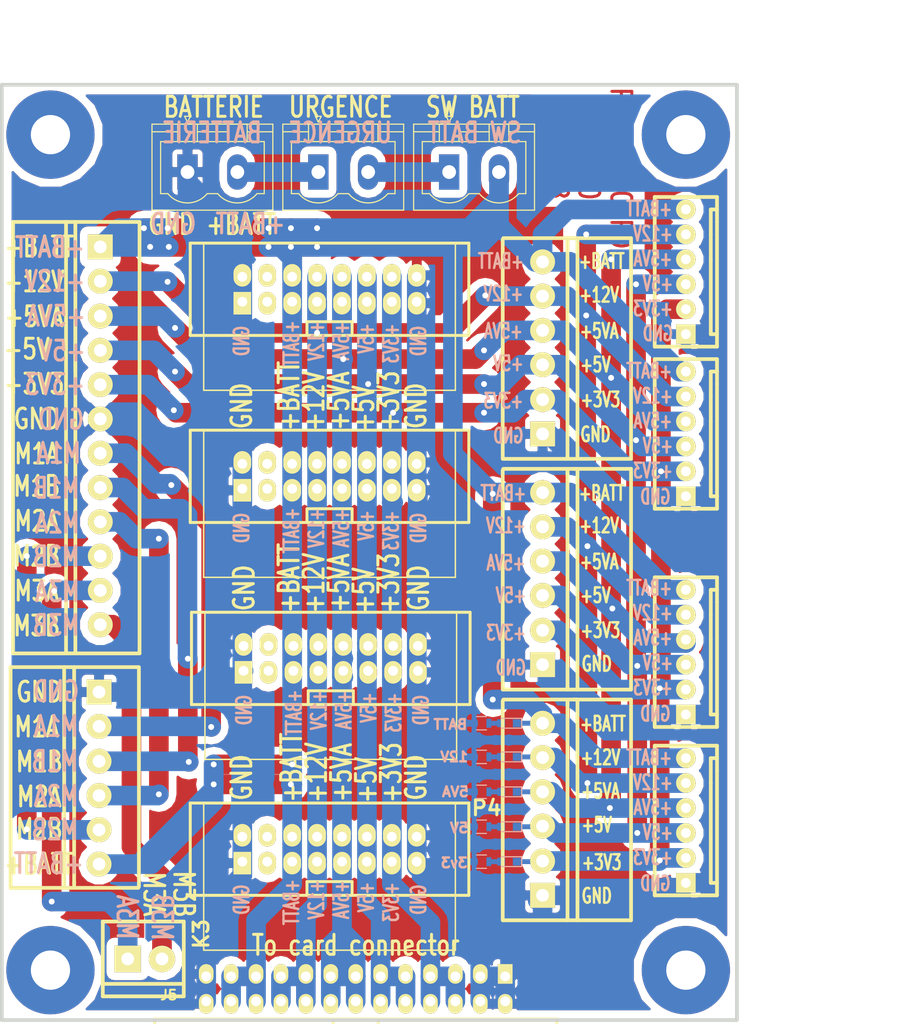
<source format=kicad_pcb>
(kicad_pcb (version 4) (host pcbnew 4.0.7)
  (title_block (title "Power Supply") (date 2018-02-06) (rev "V 2.30") (company F4DEB) (comment 1 F4DEB))
  (layers (0 Composant signal hide) (31 Cuivre signal hide) (34 B.Paste user) (35 F.Paste user) (36 B.SilkS user) (37 F.SilkS user) (38 B.Mask user) (39 F.Mask user) (44 Edge.Cuts user))
  (net 0 "")
  (net 1 GND)
  (net 2 +3V3)
  (net 3 +5VA)
  (net 4 "Net-(D10-Pad2)")
  (net 5 +BATT)
  (net 6 "Net-(D11-Pad2)")
  (net 7 "Net-(D12-Pad2)")
  (net 8 "Net-(D13-Pad2)")
  (net 9 "Net-(D14-Pad2)")
  (net 10 +12V)
  (net 11 +5V)
  (net 12 "Net-(K1-Pad2)")
  (net 13 "Net-(K2-Pad2)")
  (net 14 /M3A)
  (net 15 /M3B)
  (net 16 /M2B)
  (net 17 /M2A)
  (net 18 /M1B)
  (net 19 /M1A)
  (net 20 "Net-(K5-Pad1)")
  (net 21 "Net-(K6-Pad1)")
  (net 22 "Net-(K7-Pad1)")
  (net 23 "Net-(K8-Pad1)")
  (net 24 "Net-(J1-Pad3)")
  (net 25 "Net-(J1-Pad4)")
  (net 26 "Net-(J2-Pad3)")
  (net 27 "Net-(J2-Pad4)")
  (net 28 "Net-(J3-Pad3)")
  (net 29 "Net-(J3-Pad4)")
  (net 30 "Net-(J4-Pad3)")
  (net 31 "Net-(J4-Pad4)")
  (module f4deb-mod-library:POWER_MODULE_0-20 (layer Composant) (at 157.0355 93.1545 180)
    (fp_text reference J1 hide)
    (fp_text value CONN_02X08 hide)
    (pad 16 thru_hole oval (at 3.937 -3.429) (size 1.8 2.3) (drill 1 (offset 0 -0.15)) (layers *.Cu *.Mask F.SilkS) (net 1 GND))
    (pad 15 thru_hole oval (at 3.937 -5.969) (size 1.8 2.3) (drill 1 (offset 0 0.15)) (layers *.Cu *.Mask F.SilkS) (net 1 GND))
    (pad 13 thru_hole oval (at 6.477 -5.969) (size 1.8 2.3) (drill 1 (offset 0 0.15)) (layers *.Cu *.Mask F.SilkS) (net 2 +3V3))
    (pad 14 thru_hole oval (at 6.477 -3.429) (size 1.8 2.3) (drill 1 (offset 0 -0.15)) (layers *.Cu *.Mask F.SilkS) (net 2 +3V3))
    (pad 12 thru_hole oval (at 9.017 -3.429) (size 1.8 2.3) (drill 1 (offset 0 -0.15)) (layers *.Cu *.Mask F.SilkS) (net 11 +5V))
    (pad 11 thru_hole oval (at 9.017 -5.969) (size 1.8 2.3) (drill 1 (offset 0 0.15)) (layers *.Cu *.Mask F.SilkS) (net 11 +5V))
    (pad 9 thru_hole oval (at 11.557 -5.969) (size 1.8 2.3) (drill 1 (offset 0 0.15)) (layers *.Cu *.Mask F.SilkS) (net 3 +5VA))
    (pad 10 thru_hole oval (at 11.557 -3.429) (size 1.8 2.3) (drill 1 (offset 0 -0.15)) (layers *.Cu *.Mask F.SilkS) (net 3 +5VA))
    (pad 8 thru_hole oval (at 14.097 -3.429) (size 1.8 2.3) (drill 1 (offset 0 -0.15)) (layers *.Cu *.Mask F.SilkS) (net 10 +12V))
    (pad 7 thru_hole oval (at 14.097 -5.969) (size 1.8 2.3) (drill 1 (offset 0 0.15)) (layers *.Cu *.Mask F.SilkS) (net 10 +12V))
    (pad 1 thru_hole rect (at 21.717 -5.969) (size 1.8 2.3) (drill 1 (offset 0 0.15)) (layers *.Cu *.Mask F.SilkS) (net 1 GND))
    (pad 2 thru_hole oval (at 21.717 -3.429) (size 1.8 2.3) (drill 1 (offset 0 -0.15)) (layers *.Cu *.Mask F.SilkS) (net 1 GND))
    (pad 3 thru_hole oval (at 19.177 -5.969) (size 1.8 2.3) (drill 1 (offset 0 0.15)) (layers *.Cu *.Mask F.SilkS) (net 24 "Net-(J1-Pad3)"))
    (pad 4 thru_hole oval (at 19.177 -3.429) (size 1.8 2.3) (drill 1 (offset 0 -0.15)) (layers *.Cu *.Mask F.SilkS) (net 25 "Net-(J1-Pad4)"))
    (pad 5 thru_hole oval (at 16.637 -5.969) (size 1.8 2.3) (drill 1 (offset 0 0.15)) (layers *.Cu *.Mask F.SilkS) (net 5 +BATT))
    (pad 6 thru_hole oval (at 16.637 -3.429) (size 1.8 2.3) (drill 1 (offset 0 -0.15)) (layers *.Cu *.Mask F.SilkS) (net 5 +BATT))
  )
  (module CEN-PCB:WEIDMULLER-6 (layer Composant) (at 165.7985 74.9935 90)
    (fp_text reference P5 hide)
    (fp_text value CONN_6 hide)
    (pad 1 thru_hole rect (at 0 0 90) (size 2.54 2.54) (drill 1.30048) (layers *.Cu *.Mask F.SilkS) (net 1 GND))
    (pad 2 thru_hole circle (at 3.4925 0 90) (size 2.54 2.54) (drill 1.30048) (layers *.Cu *.Mask F.SilkS) (net 2 +3V3))
    (pad 3 thru_hole circle (at 7.0485 0 90) (size 2.54 2.54) (drill 1.30048) (layers *.Cu *.Mask F.SilkS) (net 11 +5V))
    (pad 4 thru_hole circle (at 10.541 0 90) (size 2.54 2.54) (drill 1.30048) (layers *.Cu *.Mask F.SilkS) (net 3 +5VA))
    (pad 5 thru_hole circle (at 14.0335 0 90) (size 2.54 2.54) (drill 1.30048) (layers *.Cu *.Mask F.SilkS) (net 10 +12V))
    (pad 6 thru_hole circle (at 17.526 0 90) (size 2.54 2.54) (drill 1.30048) (layers *.Cu *.Mask F.SilkS) (net 5 +BATT))
  )
  (module LEDs:LED_0603 (layer Cuivre) (at 162.3695 104.4575 180)
    (fp_text reference D10 hide)
    (fp_text value LED)
    (pad 2 smd rect (at 0.8 0) (size 0.8 0.8) (layers Cuivre B.Paste B.Mask) (net 4 "Net-(D10-Pad2)"))
    (pad 1 smd rect (at -0.8 0) (size 0.8 0.8) (layers Cuivre B.Paste B.Mask) (net 5 +BATT))
  )
  (module LEDs:LED_0603 (layer Cuivre) (at 162.3695 107.8865 180)
    (fp_text reference D11 hide)
    (fp_text value LED)
    (pad 2 smd rect (at 0.8 0) (size 0.8 0.8) (layers Cuivre B.Paste B.Mask) (net 6 "Net-(D11-Pad2)"))
    (pad 1 smd rect (at -0.8 0) (size 0.8 0.8) (layers Cuivre B.Paste B.Mask) (net 10 +12V))
  )
  (module LEDs:LED_0603 (layer Cuivre) (at 162.3695 111.4425 180)
    (fp_text reference D12 hide)
    (fp_text value LED)
    (pad 2 smd rect (at 0.8 0) (size 0.8 0.8) (layers Cuivre B.Paste B.Mask) (net 7 "Net-(D12-Pad2)"))
    (pad 1 smd rect (at -0.8 0) (size 0.8 0.8) (layers Cuivre B.Paste B.Mask) (net 3 +5VA))
  )
  (module LEDs:LED_0603 (layer Cuivre) (at 162.3695 114.9985 180)
    (fp_text reference D13 hide)
    (fp_text value LED)
    (pad 2 smd rect (at 0.8 0) (size 0.8 0.8) (layers Cuivre B.Paste B.Mask) (net 8 "Net-(D13-Pad2)"))
    (pad 1 smd rect (at -0.8 0) (size 0.8 0.8) (layers Cuivre B.Paste B.Mask) (net 11 +5V))
  )
  (module LEDs:LED_0603 (layer Cuivre) (at 162.3695 118.5545 180)
    (fp_text reference D14 hide)
    (fp_text value LED)
    (pad 2 smd rect (at 0.8 0) (size 0.8 0.8) (layers Cuivre B.Paste B.Mask) (net 9 "Net-(D14-Pad2)"))
    (pad 1 smd rect (at -0.8 0) (size 0.8 0.8) (layers Cuivre B.Paste B.Mask) (net 2 +3V3))
  )
  (module CEN-PCB:WEIDMULLER-2 (layer Composant) (at 129.2225 124.6505)
    (fp_text reference K3 (at 1.778 1.27 90) (layer F.SilkS) (effects (font (thickness 0.3048))))
    (fp_text value CONN_2 hide)
    (pad 1 thru_hole rect (at -5.715 3.81) (size 2.70002 2.70002) (drill 1.30048) (layers *.Cu *.Mask F.SilkS) (net 14 /M3A))
    (pad 2 thru_hole circle (at -2.2225 3.81) (size 2.70002 2.70002) (drill 1.30048) (layers *.Cu *.Mask F.SilkS) (net 15 /M3B))
  )
  (module CEN-PCB:WEIDMULLER-6 (layer Composant) (at 165.7985 98.4885 90)
    (fp_text reference P3 hide)
    (fp_text value CONN_6 hide)
    (pad 1 thru_hole rect (at 0 0 90) (size 2.54 2.54) (drill 1.30048) (layers *.Cu *.Mask F.SilkS) (net 1 GND))
    (pad 2 thru_hole circle (at 3.4925 0 90) (size 2.54 2.54) (drill 1.30048) (layers *.Cu *.Mask F.SilkS) (net 2 +3V3))
    (pad 3 thru_hole circle (at 7.0485 0 90) (size 2.54 2.54) (drill 1.30048) (layers *.Cu *.Mask F.SilkS) (net 11 +5V))
    (pad 4 thru_hole circle (at 10.541 0 90) (size 2.54 2.54) (drill 1.30048) (layers *.Cu *.Mask F.SilkS) (net 3 +5VA))
    (pad 5 thru_hole circle (at 14.0335 0 90) (size 2.54 2.54) (drill 1.30048) (layers *.Cu *.Mask F.SilkS) (net 10 +12V))
    (pad 6 thru_hole circle (at 17.526 0 90) (size 2.54 2.54) (drill 1.30048) (layers *.Cu *.Mask F.SilkS) (net 5 +BATT))
  )
  (module Resistors_SMD:R_0603 (layer Cuivre) (at 159.5755 104.4575 180)
    (fp_text reference R5 hide)
    (fp_text value 3.3k)
    (pad 1 smd rect (at -0.75 0 180) (size 0.5 0.9) (layers Cuivre B.Paste B.Mask) (net 4 "Net-(D10-Pad2)"))
    (pad 2 smd rect (at 0.75 0 180) (size 0.5 0.9) (layers Cuivre B.Paste B.Mask) (net 1 GND))
  )
  (module Resistors_SMD:R_0603 (layer Cuivre) (at 159.5755 107.8865 180)
    (fp_text reference R10 hide)
    (fp_text value 3.3k)
    (pad 1 smd rect (at -0.75 0 180) (size 0.5 0.9) (layers Cuivre B.Paste B.Mask) (net 6 "Net-(D11-Pad2)"))
    (pad 2 smd rect (at 0.75 0 180) (size 0.5 0.9) (layers Cuivre B.Paste B.Mask) (net 1 GND))
  )
  (module Resistors_SMD:R_0603 (layer Cuivre) (at 159.5755 111.4425 180)
    (fp_text reference R15 hide)
    (fp_text value 1k)
    (pad 1 smd rect (at -0.75 0 180) (size 0.5 0.9) (layers Cuivre B.Paste B.Mask) (net 7 "Net-(D12-Pad2)"))
    (pad 2 smd rect (at 0.75 0 180) (size 0.5 0.9) (layers Cuivre B.Paste B.Mask) (net 1 GND))
  )
  (module Resistors_SMD:R_0603 (layer Cuivre) (at 159.5755 114.9985 180)
    (fp_text reference R20 hide)
    (fp_text value 1k)
    (pad 1 smd rect (at -0.75 0 180) (size 0.5 0.9) (layers Cuivre B.Paste B.Mask) (net 8 "Net-(D13-Pad2)"))
    (pad 2 smd rect (at 0.75 0 180) (size 0.5 0.9) (layers Cuivre B.Paste B.Mask) (net 1 GND))
  )
  (module Resistors_SMD:R_0603 (layer Cuivre) (at 159.5755 118.5545 180)
    (fp_text reference R21 hide)
    (fp_text value 470)
    (pad 1 smd rect (at -0.75 0 180) (size 0.5 0.9) (layers Cuivre B.Paste B.Mask) (net 9 "Net-(D14-Pad2)"))
    (pad 2 smd rect (at 0.75 0 180) (size 0.5 0.9) (layers Cuivre B.Paste B.Mask) (net 1 GND))
  )
  (module f4deb-mod-library:COLONETTE (layer Composant) (at 115.6335 44.5135 270)
    (fp_text reference K5 hide)
    (fp_text value COLONETTE hide)
    (pad 1 thru_hole circle (at 0 0 270) (size 8.99922 8.99922) (drill 4.0005) (layers *.Cu) (net 20 "Net-(K5-Pad1)"))
  )
  (module f4deb-mod-library:COLONETTE (layer Composant) (at 115.6335 129.6035 270)
    (fp_text reference K6 hide)
    (fp_text value COLONETTE hide)
    (pad 1 thru_hole circle (at 0 0 270) (size 8.99922 8.99922) (drill 4.0005) (layers *.Cu) (net 21 "Net-(K6-Pad1)"))
  )
  (module f4deb-mod-library:COLONETTE (layer Composant) (at 180.4035 44.5135 270)
    (fp_text reference K7 hide)
    (fp_text value COLONETTE hide)
    (pad 1 thru_hole circle (at 0 0 270) (size 8.99922 8.99922) (drill 4.0005) (layers *.Cu) (net 22 "Net-(K7-Pad1)"))
  )
  (module f4deb-mod-library:COLONETTE (layer Composant) (at 180.4035 129.6035 270)
    (fp_text reference K8 (at 0 0 270) (layer F.SilkS) (effects (font (thickness 0.3048))))
    (fp_text value COLONETTE hide)
    (pad 1 thru_hole circle (at 0 0 270) (size 8.99922 8.99922) (drill 4.0005) (layers *.Cu) (net 23 "Net-(K8-Pad1)"))
  )
  (module CEN-PCB:WEIDMULLER-6 (layer Composant) (at 165.7985 121.9835 90)
    (fp_text reference P4 (at 8.89 -5.715 180) (layer F.SilkS) (effects (font (thickness 0.3048))))
    (fp_text value CONN_6 hide)
    (pad 1 thru_hole rect (at 0 0 90) (size 2.54 2.54) (drill 1.30048) (layers *.Cu *.Mask F.SilkS) (net 1 GND))
    (pad 2 thru_hole circle (at 3.4925 0 90) (size 2.54 2.54) (drill 1.30048) (layers *.Cu *.Mask F.SilkS) (net 2 +3V3))
    (pad 3 thru_hole circle (at 7.0485 0 90) (size 2.54 2.54) (drill 1.30048) (layers *.Cu *.Mask F.SilkS) (net 11 +5V))
    (pad 4 thru_hole circle (at 10.541 0 90) (size 2.54 2.54) (drill 1.30048) (layers *.Cu *.Mask F.SilkS) (net 3 +5VA))
    (pad 5 thru_hole circle (at 14.0335 0 90) (size 2.54 2.54) (drill 1.30048) (layers *.Cu *.Mask F.SilkS) (net 10 +12V))
    (pad 6 thru_hole circle (at 17.526 0 90) (size 2.54 2.54) (drill 1.30048) (layers *.Cu *.Mask F.SilkS) (net 5 +BATT))
  )
  (module CEN-PCB:KK-6 (layer Composant) (at 180.4035 74.9935 270)
    (fp_text reference P6 hide)
    (fp_text value CONN_6 hide)
    (pad 5 thru_hole circle (at -3.81 0 270) (size 1.99898 1.99898) (drill 1.00076) (layers *.Cu *.Mask F.SilkS) (net 10 +12V))
    (pad 1 thru_hole rect (at 6.35 0 270) (size 1.99898 1.99898) (drill 1.00076) (layers *.Cu *.Mask F.SilkS) (net 1 GND))
    (pad 2 thru_hole circle (at 3.81 0 270) (size 1.99898 1.99898) (drill 1.00076) (layers *.Cu *.Mask F.SilkS) (net 2 +3V3))
    (pad 3 thru_hole circle (at 1.27 0 270) (size 1.99898 1.99898) (drill 1.00076) (layers *.Cu *.Mask F.SilkS) (net 11 +5V))
    (pad 4 thru_hole circle (at -1.27 0 270) (size 1.99898 1.99898) (drill 1.00076) (layers *.Cu *.Mask F.SilkS) (net 3 +5VA))
    (pad 6 thru_hole circle (at -6.35 0 270) (size 1.99898 1.99898) (drill 1.00076) (layers *.Cu *.Mask F.SilkS) (net 5 +BATT))
  )
  (module CEN-PCB:KK-6 (layer Composant) (at 180.4035 114.3635 270)
    (fp_text reference P7 hide)
    (fp_text value CONN_6 hide)
    (pad 5 thru_hole circle (at -3.81 0 270) (size 1.99898 1.99898) (drill 1.00076) (layers *.Cu *.Mask F.SilkS) (net 10 +12V))
    (pad 1 thru_hole rect (at 6.35 0 270) (size 1.99898 1.99898) (drill 1.00076) (layers *.Cu *.Mask F.SilkS) (net 1 GND))
    (pad 2 thru_hole circle (at 3.81 0 270) (size 1.99898 1.99898) (drill 1.00076) (layers *.Cu *.Mask F.SilkS) (net 2 +3V3))
    (pad 3 thru_hole circle (at 1.27 0 270) (size 1.99898 1.99898) (drill 1.00076) (layers *.Cu *.Mask F.SilkS) (net 11 +5V))
    (pad 4 thru_hole circle (at -1.27 0 270) (size 1.99898 1.99898) (drill 1.00076) (layers *.Cu *.Mask F.SilkS) (net 3 +5VA))
    (pad 6 thru_hole circle (at -6.35 0 270) (size 1.99898 1.99898) (drill 1.00076) (layers *.Cu *.Mask F.SilkS) (net 5 +BATT))
  )
  (module CEN-PCB:KK-6 (layer Composant) (at 180.4035 97.2185 270)
    (fp_text reference P8 hide)
    (fp_text value CONN_6 hide)
    (pad 5 thru_hole circle (at -3.81 0 270) (size 1.99898 1.99898) (drill 1.00076) (layers *.Cu *.Mask F.SilkS) (net 10 +12V))
    (pad 1 thru_hole rect (at 6.35 0 270) (size 1.99898 1.99898) (drill 1.00076) (layers *.Cu *.Mask F.SilkS) (net 1 GND))
    (pad 2 thru_hole circle (at 3.81 0 270) (size 1.99898 1.99898) (drill 1.00076) (layers *.Cu *.Mask F.SilkS) (net 2 +3V3))
    (pad 3 thru_hole circle (at 1.27 0 270) (size 1.99898 1.99898) (drill 1.00076) (layers *.Cu *.Mask F.SilkS) (net 11 +5V))
    (pad 4 thru_hole circle (at -1.27 0 270) (size 1.99898 1.99898) (drill 1.00076) (layers *.Cu *.Mask F.SilkS) (net 3 +5VA))
    (pad 6 thru_hole circle (at -6.35 0 270) (size 1.99898 1.99898) (drill 1.00076) (layers *.Cu *.Mask F.SilkS) (net 5 +BATT))
  )
  (module CEN-PCB:KK-6 (layer Composant) (at 180.4035 58.4835 270)
    (fp_text reference P9 hide)
    (fp_text value CONN_6 hide)
    (pad 5 thru_hole circle (at -3.81 0 270) (size 1.99898 1.99898) (drill 1.00076) (layers *.Cu *.Mask F.SilkS) (net 10 +12V))
    (pad 1 thru_hole rect (at 6.35 0 270) (size 1.99898 1.99898) (drill 1.00076) (layers *.Cu *.Mask F.SilkS) (net 1 GND))
    (pad 2 thru_hole circle (at 3.81 0 270) (size 1.99898 1.99898) (drill 1.00076) (layers *.Cu *.Mask F.SilkS) (net 2 +3V3))
    (pad 3 thru_hole circle (at 1.27 0 270) (size 1.99898 1.99898) (drill 1.00076) (layers *.Cu *.Mask F.SilkS) (net 11 +5V))
    (pad 4 thru_hole circle (at -1.27 0 270) (size 1.99898 1.99898) (drill 1.00076) (layers *.Cu *.Mask F.SilkS) (net 3 +5VA))
    (pad 6 thru_hole circle (at -6.35 0 270) (size 1.99898 1.99898) (drill 1.00076) (layers *.Cu *.Mask F.SilkS) (net 5 +BATT))
  )
  (module Connectors_Phoenix:PhoenixContact_MSTBVA-G_02x5.08mm_Vertical (layer Composant) (at 129.6035 48.3235)
    (fp_text reference K1 hide)
    (fp_text value CONN_2 hide)
    (pad 1 thru_hole rect (at 0 0) (size 2.08 3.6) (drill 1.4) (layers *.Cu *.Mask) (net 1 GND))
    (pad 2 thru_hole oval (at 5.08 0) (size 2.08 3.6) (drill 1.4) (layers *.Cu *.Mask) (net 12 "Net-(K1-Pad2)"))
  )
  (module Connectors_Phoenix:PhoenixContact_MSTBVA-G_02x5.08mm_Vertical (layer Composant) (at 142.9385 48.3235)
    (fp_text reference K2 hide)
    (fp_text value CONN_2 hide)
    (pad 1 thru_hole rect (at 0 0) (size 2.08 3.6) (drill 1.4) (layers *.Cu *.Mask) (net 12 "Net-(K1-Pad2)"))
    (pad 2 thru_hole oval (at 5.08 0) (size 2.08 3.6) (drill 1.4) (layers *.Cu *.Mask) (net 13 "Net-(K2-Pad2)"))
  )
  (module Connectors_Phoenix:PhoenixContact_MSTBVA-G_02x5.08mm_Vertical (layer Composant) (at 156.2735 48.3235)
    (fp_text reference K4 hide)
    (fp_text value CONN_2 hide)
    (pad 1 thru_hole rect (at 0 0) (size 2.08 3.6) (drill 1.4) (layers *.Cu *.Mask) (net 13 "Net-(K2-Pad2)"))
    (pad 2 thru_hole oval (at 5.08 0) (size 2.08 3.6) (drill 1.4) (layers *.Cu *.Mask) (net 5 +BATT))
  )
  (module CEN-PCB:WEIDMULLER-12 (layer Composant) (at 120.7135 55.9435 270)
    (fp_text reference P2 hide)
    (fp_text value CONN_12 hide)
    (pad 1 thru_hole rect (at 0 0 270) (size 2.54 2.54) (drill 1.30048) (layers *.Cu *.Mask F.SilkS) (net 5 +BATT))
    (pad 2 thru_hole circle (at 3.4925 0 270) (size 2.54 2.54) (drill 1.30048) (layers *.Cu *.Mask F.SilkS) (net 10 +12V))
    (pad 3 thru_hole circle (at 7.0485 0 270) (size 2.54 2.54) (drill 1.30048) (layers *.Cu *.Mask F.SilkS) (net 3 +5VA))
    (pad 4 thru_hole circle (at 10.541 0 270) (size 2.54 2.54) (drill 1.30048) (layers *.Cu *.Mask F.SilkS) (net 11 +5V))
    (pad 5 thru_hole circle (at 14.0335 0 270) (size 2.54 2.54) (drill 1.30048) (layers *.Cu *.Mask F.SilkS) (net 2 +3V3))
    (pad 6 thru_hole circle (at 17.526 0 270) (size 2.54 2.54) (drill 1.30048) (layers *.Cu *.Mask F.SilkS) (net 1 GND))
    (pad 7 thru_hole circle (at 21.0185 0 270) (size 2.54 2.54) (drill 1.30048) (layers *.Cu *.Mask F.SilkS) (net 19 /M1A))
    (pad 8 thru_hole circle (at 24.511 0 270) (size 2.54 2.54) (drill 1.30048) (layers *.Cu *.Mask F.SilkS) (net 18 /M1B))
    (pad 9 thru_hole circle (at 28.0035 0 270) (size 2.54 2.54) (drill 1.30048) (layers *.Cu *.Mask F.SilkS) (net 17 /M2A))
    (pad 10 thru_hole circle (at 31.496 0 270) (size 2.54 2.54) (drill 1.30048) (layers *.Cu *.Mask F.SilkS) (net 16 /M2B))
    (pad 11 thru_hole circle (at 34.9885 0 270) (size 2.54 2.54) (drill 1.30048) (layers *.Cu *.Mask F.SilkS) (net 14 /M3A))
    (pad 12 thru_hole circle (at 38.481 0 270) (size 2.54 2.54) (drill 1.30048) (layers *.Cu *.Mask F.SilkS) (net 15 /M3B))
  )
  (module w_conn_strip:vasch_strip_13x2_90 (layer Composant) (at 146.7485 136.5885 180)
    (fp_text reference J5 (at 19.05 4.445 180) (layer F.SilkS) (effects (font (thickness 0.2032))))
    (fp_text value CONN_02X13 hide)
    (pad 25 thru_hole oval (at 15.24 6.35 180) (size 1.5 2) (drill 1 (offset 0 0.25)) (layers *.Cu *.Mask F.SilkS) (net 1 GND))
    (pad 26 thru_hole oval (at 15.24 3.81 180) (size 1.5 2) (drill 1 (offset 0 -0.25)) (layers *.Cu *.Mask F.SilkS) (net 1 GND))
    (pad 24 thru_hole oval (at 12.7 3.81 180) (size 1.5 2) (drill 1 (offset 0 -0.25)) (layers *.Cu *.Mask F.SilkS) (net 5 +BATT))
    (pad 23 thru_hole oval (at 12.7 6.35 180) (size 1.5 2) (drill 1 (offset 0 0.25)) (layers *.Cu *.Mask F.SilkS) (net 5 +BATT))
    (pad 21 thru_hole oval (at 10.16 6.35 180) (size 1.5 2) (drill 1 (offset 0 0.25)) (layers *.Cu *.Mask F.SilkS) (net 5 +BATT))
    (pad 22 thru_hole oval (at 10.16 3.81 180) (size 1.5 2) (drill 1 (offset 0 -0.25)) (layers *.Cu *.Mask F.SilkS) (net 5 +BATT))
    (pad 20 thru_hole oval (at 7.62 3.81 180) (size 1.5 2) (drill 1 (offset 0 -0.25)) (layers *.Cu *.Mask F.SilkS) (net 10 +12V))
    (pad 19 thru_hole oval (at 7.62 6.35 180) (size 1.5 2) (drill 1 (offset 0 0.25)) (layers *.Cu *.Mask F.SilkS) (net 10 +12V))
    (pad 17 thru_hole oval (at 5.08 6.35 180) (size 1.5 2) (drill 1 (offset 0 0.25)) (layers *.Cu *.Mask F.SilkS) (net 10 +12V))
    (pad 18 thru_hole oval (at 5.08 3.81 180) (size 1.5 2) (drill 1 (offset 0 -0.25)) (layers *.Cu *.Mask F.SilkS) (net 10 +12V))
    (pad 16 thru_hole oval (at 2.54 3.81 180) (size 1.5 2) (drill 1 (offset 0 -0.25)) (layers *.Cu *.Mask F.SilkS) (net 3 +5VA))
    (pad 15 thru_hole oval (at 2.54 6.35 180) (size 1.5 2) (drill 1 (offset 0 0.25)) (layers *.Cu *.Mask F.SilkS) (net 3 +5VA))
    (pad 13 thru_hole oval (at 0 6.35 180) (size 1.5 2) (drill 1 (offset 0 0.25)) (layers *.Cu *.Mask F.SilkS) (net 3 +5VA))
    (pad 14 thru_hole oval (at 0 3.81 180) (size 1.5 2) (drill 1 (offset 0 -0.25)) (layers *.Cu *.Mask F.SilkS) (net 3 +5VA))
    (pad 12 thru_hole oval (at -2.54 3.81 180) (size 1.5 2) (drill 1 (offset 0 -0.25)) (layers *.Cu *.Mask F.SilkS) (net 11 +5V))
    (pad 11 thru_hole oval (at -2.54 6.35 180) (size 1.5 2) (drill 1 (offset 0 0.25)) (layers *.Cu *.Mask F.SilkS) (net 11 +5V))
    (pad 9 thru_hole oval (at -5.08 6.35 180) (size 1.5 2) (drill 1 (offset 0 0.25)) (layers *.Cu *.Mask F.SilkS) (net 11 +5V))
    (pad 10 thru_hole oval (at -5.08 3.81 180) (size 1.5 2) (drill 1 (offset 0 -0.25)) (layers *.Cu *.Mask F.SilkS) (net 11 +5V))
    (pad 8 thru_hole oval (at -7.62 3.81 180) (size 1.5 2) (drill 1 (offset 0 -0.25)) (layers *.Cu *.Mask F.SilkS) (net 2 +3V3))
    (pad 7 thru_hole oval (at -7.62 6.35 180) (size 1.5 2) (drill 1 (offset 0 0.25)) (layers *.Cu *.Mask F.SilkS) (net 2 +3V3))
    (pad 1 thru_hole rect (at -15.24 6.35 180) (size 1.5 2) (drill 1 (offset 0 0.25)) (layers *.Cu *.Mask F.SilkS) (net 1 GND))
    (pad 2 thru_hole oval (at -15.24 3.81 180) (size 1.5 2) (drill 1 (offset 0 -0.25)) (layers *.Cu *.Mask F.SilkS) (net 1 GND))
    (pad 3 thru_hole oval (at -12.7 6.35 180) (size 1.5 2) (drill 1 (offset 0 0.25)) (layers *.Cu *.Mask F.SilkS) (net 1 GND))
    (pad 4 thru_hole oval (at -12.7 3.81 180) (size 1.5 2) (drill 1 (offset 0 -0.25)) (layers *.Cu *.Mask F.SilkS) (net 1 GND))
    (pad 5 thru_hole oval (at -10.16 6.35 180) (size 1.5 2) (drill 1 (offset 0 0.25)) (layers *.Cu *.Mask F.SilkS) (net 2 +3V3))
    (pad 6 thru_hole oval (at -10.16 3.81 180) (size 1.5 2) (drill 1 (offset 0 -0.25)) (layers *.Cu *.Mask F.SilkS) (net 2 +3V3))
  )
  (module f4deb-mod-library:POWER_MODULE_0-20 (layer Composant) (at 156.9085 112.5855 180)
    (fp_text reference J2 hide)
    (fp_text value CONN_02X08 hide)
    (pad 16 thru_hole oval (at 3.937 -3.429) (size 1.8 2.3) (drill 1 (offset 0 -0.15)) (layers *.Cu *.Mask F.SilkS) (net 1 GND))
    (pad 15 thru_hole oval (at 3.937 -5.969) (size 1.8 2.3) (drill 1 (offset 0 0.15)) (layers *.Cu *.Mask F.SilkS) (net 1 GND))
    (pad 13 thru_hole oval (at 6.477 -5.969) (size 1.8 2.3) (drill 1 (offset 0 0.15)) (layers *.Cu *.Mask F.SilkS) (net 2 +3V3))
    (pad 14 thru_hole oval (at 6.477 -3.429) (size 1.8 2.3) (drill 1 (offset 0 -0.15)) (layers *.Cu *.Mask F.SilkS) (net 2 +3V3))
    (pad 12 thru_hole oval (at 9.017 -3.429) (size 1.8 2.3) (drill 1 (offset 0 -0.15)) (layers *.Cu *.Mask F.SilkS) (net 11 +5V))
    (pad 11 thru_hole oval (at 9.017 -5.969) (size 1.8 2.3) (drill 1 (offset 0 0.15)) (layers *.Cu *.Mask F.SilkS) (net 11 +5V))
    (pad 9 thru_hole oval (at 11.557 -5.969) (size 1.8 2.3) (drill 1 (offset 0 0.15)) (layers *.Cu *.Mask F.SilkS) (net 3 +5VA))
    (pad 10 thru_hole oval (at 11.557 -3.429) (size 1.8 2.3) (drill 1 (offset 0 -0.15)) (layers *.Cu *.Mask F.SilkS) (net 3 +5VA))
    (pad 8 thru_hole oval (at 14.097 -3.429) (size 1.8 2.3) (drill 1 (offset 0 -0.15)) (layers *.Cu *.Mask F.SilkS) (net 10 +12V))
    (pad 7 thru_hole oval (at 14.097 -5.969) (size 1.8 2.3) (drill 1 (offset 0 0.15)) (layers *.Cu *.Mask F.SilkS) (net 10 +12V))
    (pad 1 thru_hole rect (at 21.717 -5.969) (size 1.8 2.3) (drill 1 (offset 0 0.15)) (layers *.Cu *.Mask F.SilkS) (net 1 GND))
    (pad 2 thru_hole oval (at 21.717 -3.429) (size 1.8 2.3) (drill 1 (offset 0 -0.15)) (layers *.Cu *.Mask F.SilkS) (net 1 GND))
    (pad 3 thru_hole oval (at 19.177 -5.969) (size 1.8 2.3) (drill 1 (offset 0 0.15)) (layers *.Cu *.Mask F.SilkS) (net 26 "Net-(J2-Pad3)"))
    (pad 4 thru_hole oval (at 19.177 -3.429) (size 1.8 2.3) (drill 1 (offset 0 -0.15)) (layers *.Cu *.Mask F.SilkS) (net 27 "Net-(J2-Pad4)"))
    (pad 5 thru_hole oval (at 16.637 -5.969) (size 1.8 2.3) (drill 1 (offset 0 0.15)) (layers *.Cu *.Mask F.SilkS) (net 5 +BATT))
    (pad 6 thru_hole oval (at 16.637 -3.429) (size 1.8 2.3) (drill 1 (offset 0 -0.15)) (layers *.Cu *.Mask F.SilkS) (net 5 +BATT))
  )
  (module f4deb-mod-library:POWER_MODULE_0-20 (layer Composant) (at 156.9085 74.6125 180)
    (fp_text reference J3 hide)
    (fp_text value CONN_02X08 hide)
    (pad 16 thru_hole oval (at 3.937 -3.429) (size 1.8 2.3) (drill 1 (offset 0 -0.15)) (layers *.Cu *.Mask F.SilkS) (net 1 GND))
    (pad 15 thru_hole oval (at 3.937 -5.969) (size 1.8 2.3) (drill 1 (offset 0 0.15)) (layers *.Cu *.Mask F.SilkS) (net 1 GND))
    (pad 13 thru_hole oval (at 6.477 -5.969) (size 1.8 2.3) (drill 1 (offset 0 0.15)) (layers *.Cu *.Mask F.SilkS) (net 2 +3V3))
    (pad 14 thru_hole oval (at 6.477 -3.429) (size 1.8 2.3) (drill 1 (offset 0 -0.15)) (layers *.Cu *.Mask F.SilkS) (net 2 +3V3))
    (pad 12 thru_hole oval (at 9.017 -3.429) (size 1.8 2.3) (drill 1 (offset 0 -0.15)) (layers *.Cu *.Mask F.SilkS) (net 11 +5V))
    (pad 11 thru_hole oval (at 9.017 -5.969) (size 1.8 2.3) (drill 1 (offset 0 0.15)) (layers *.Cu *.Mask F.SilkS) (net 11 +5V))
    (pad 9 thru_hole oval (at 11.557 -5.969) (size 1.8 2.3) (drill 1 (offset 0 0.15)) (layers *.Cu *.Mask F.SilkS) (net 3 +5VA))
    (pad 10 thru_hole oval (at 11.557 -3.429) (size 1.8 2.3) (drill 1 (offset 0 -0.15)) (layers *.Cu *.Mask F.SilkS) (net 3 +5VA))
    (pad 8 thru_hole oval (at 14.097 -3.429) (size 1.8 2.3) (drill 1 (offset 0 -0.15)) (layers *.Cu *.Mask F.SilkS) (net 10 +12V))
    (pad 7 thru_hole oval (at 14.097 -5.969) (size 1.8 2.3) (drill 1 (offset 0 0.15)) (layers *.Cu *.Mask F.SilkS) (net 10 +12V))
    (pad 1 thru_hole rect (at 21.717 -5.969) (size 1.8 2.3) (drill 1 (offset 0 0.15)) (layers *.Cu *.Mask F.SilkS) (net 1 GND))
    (pad 2 thru_hole oval (at 21.717 -3.429) (size 1.8 2.3) (drill 1 (offset 0 -0.15)) (layers *.Cu *.Mask F.SilkS) (net 1 GND))
    (pad 3 thru_hole oval (at 19.177 -5.969) (size 1.8 2.3) (drill 1 (offset 0 0.15)) (layers *.Cu *.Mask F.SilkS) (net 28 "Net-(J3-Pad3)"))
    (pad 4 thru_hole oval (at 19.177 -3.429) (size 1.8 2.3) (drill 1 (offset 0 -0.15)) (layers *.Cu *.Mask F.SilkS) (net 29 "Net-(J3-Pad4)"))
    (pad 5 thru_hole oval (at 16.637 -5.969) (size 1.8 2.3) (drill 1 (offset 0 0.15)) (layers *.Cu *.Mask F.SilkS) (net 5 +BATT))
    (pad 6 thru_hole oval (at 16.637 -3.429) (size 1.8 2.3) (drill 1 (offset 0 -0.15)) (layers *.Cu *.Mask F.SilkS) (net 5 +BATT))
  )
  (module f4deb-mod-library:POWER_MODULE_0-20 (layer Composant) (at 156.9085 55.5625 180)
    (fp_text reference J4 hide)
    (fp_text value CONN_02X08 hide)
    (pad 16 thru_hole oval (at 3.937 -3.429) (size 1.8 2.3) (drill 1 (offset 0 -0.15)) (layers *.Cu *.Mask F.SilkS) (net 1 GND))
    (pad 15 thru_hole oval (at 3.937 -5.969) (size 1.8 2.3) (drill 1 (offset 0 0.15)) (layers *.Cu *.Mask F.SilkS) (net 1 GND))
    (pad 13 thru_hole oval (at 6.477 -5.969) (size 1.8 2.3) (drill 1 (offset 0 0.15)) (layers *.Cu *.Mask F.SilkS) (net 2 +3V3))
    (pad 14 thru_hole oval (at 6.477 -3.429) (size 1.8 2.3) (drill 1 (offset 0 -0.15)) (layers *.Cu *.Mask F.SilkS) (net 2 +3V3))
    (pad 12 thru_hole oval (at 9.017 -3.429) (size 1.8 2.3) (drill 1 (offset 0 -0.15)) (layers *.Cu *.Mask F.SilkS) (net 11 +5V))
    (pad 11 thru_hole oval (at 9.017 -5.969) (size 1.8 2.3) (drill 1 (offset 0 0.15)) (layers *.Cu *.Mask F.SilkS) (net 11 +5V))
    (pad 9 thru_hole oval (at 11.557 -5.969) (size 1.8 2.3) (drill 1 (offset 0 0.15)) (layers *.Cu *.Mask F.SilkS) (net 3 +5VA))
    (pad 10 thru_hole oval (at 11.557 -3.429) (size 1.8 2.3) (drill 1 (offset 0 -0.15)) (layers *.Cu *.Mask F.SilkS) (net 3 +5VA))
    (pad 8 thru_hole oval (at 14.097 -3.429) (size 1.8 2.3) (drill 1 (offset 0 -0.15)) (layers *.Cu *.Mask F.SilkS) (net 10 +12V))
    (pad 7 thru_hole oval (at 14.097 -5.969) (size 1.8 2.3) (drill 1 (offset 0 0.15)) (layers *.Cu *.Mask F.SilkS) (net 10 +12V))
    (pad 1 thru_hole rect (at 21.717 -5.969) (size 1.8 2.3) (drill 1 (offset 0 0.15)) (layers *.Cu *.Mask F.SilkS) (net 1 GND))
    (pad 2 thru_hole oval (at 21.717 -3.429) (size 1.8 2.3) (drill 1 (offset 0 -0.15)) (layers *.Cu *.Mask F.SilkS) (net 1 GND))
    (pad 3 thru_hole oval (at 19.177 -5.969) (size 1.8 2.3) (drill 1 (offset 0 0.15)) (layers *.Cu *.Mask F.SilkS) (net 30 "Net-(J4-Pad3)"))
    (pad 4 thru_hole oval (at 19.177 -3.429) (size 1.8 2.3) (drill 1 (offset 0 -0.15)) (layers *.Cu *.Mask F.SilkS) (net 31 "Net-(J4-Pad4)"))
    (pad 5 thru_hole oval (at 16.637 -5.969) (size 1.8 2.3) (drill 1 (offset 0 0.15)) (layers *.Cu *.Mask F.SilkS) (net 5 +BATT))
    (pad 6 thru_hole oval (at 16.637 -3.429) (size 1.8 2.3) (drill 1 (offset 0 -0.15)) (layers *.Cu *.Mask F.SilkS) (net 5 +BATT))
  )
  (module CEN-PCB:WEIDMULLER-6 (layer Composant) (at 120.5865 101.2825 270)
    (fp_text reference P1 hide)
    (fp_text value CONN_6 hide)
    (pad 1 thru_hole rect (at 0 0 270) (size 2.54 2.54) (drill 1.30048) (layers *.Cu *.Mask F.SilkS) (net 1 GND))
    (pad 2 thru_hole circle (at 3.4925 0 270) (size 2.54 2.54) (drill 1.30048) (layers *.Cu *.Mask F.SilkS) (net 19 /M1A))
    (pad 3 thru_hole circle (at 7.0485 0 270) (size 2.54 2.54) (drill 1.30048) (layers *.Cu *.Mask F.SilkS) (net 18 /M1B))
    (pad 4 thru_hole circle (at 10.541 0 270) (size 2.54 2.54) (drill 1.30048) (layers *.Cu *.Mask F.SilkS) (net 17 /M2A))
    (pad 5 thru_hole circle (at 14.0335 0 270) (size 2.54 2.54) (drill 1.30048) (layers *.Cu *.Mask F.SilkS) (net 16 /M2B))
    (pad 6 thru_hole circle (at 17.526 0 270) (size 2.54 2.54) (drill 1.30048) (layers *.Cu *.Mask F.SilkS) (net 5 +BATT))
  )
  (gr_text GND (at 153.162 122.428 90) (layer B.SilkS) (effects (font (size 1.5 1) (thickness 0.25)) (justify mirror)))
  (gr_text +3V3 (at 150.368 122.682 90) (layer B.SilkS) (effects (font (size 1.5 1) (thickness 0.25)) (justify mirror)))
  (gr_text +5V (at 147.828 122.174 90) (layer B.SilkS) (effects (font (size 1.5 1) (thickness 0.25)) (justify mirror)))
  (gr_text +5VA (at 145.288 122.428 90) (layer B.SilkS) (effects (font (size 1.5 1) (thickness 0.25)) (justify mirror)))
  (gr_text +12V (at 142.748 122.428 90) (layer B.SilkS) (effects (font (size 1.5 1) (thickness 0.25)) (justify mirror)))
  (gr_text +BATT (at 140.208 122.682 90) (layer B.SilkS) (effects (font (size 1.5 1) (thickness 0.25)) (justify mirror)))
  (gr_text GND (at 135.128 122.428 90) (layer B.SilkS) (effects (font (size 1.5 1) (thickness 0.25)) (justify mirror)))
  (gr_text +3V3 (at 150.368 109.474 90) (layer F.SilkS) (effects (font (size 2.032 1.524) (thickness 0.3048))))
  (gr_text GND (at 135.382 103.124 90) (layer B.SilkS) (effects (font (size 1.5 1) (thickness 0.25)) (justify mirror)))
  (gr_text +BATT (at 140.462 103.378 90) (layer B.SilkS) (effects (font (size 1.5 1) (thickness 0.25)) (justify mirror)))
  (gr_text +12V (at 143.002 103.124 90) (layer B.SilkS) (effects (font (size 1.5 1) (thickness 0.25)) (justify mirror)))
  (gr_text +5VA (at 145.542 103.124 90) (layer B.SilkS) (effects (font (size 1.5 1) (thickness 0.25)) (justify mirror)))
  (gr_text +5V (at 148.082 102.87 90) (layer B.SilkS) (effects (font (size 1.5 1) (thickness 0.25)) (justify mirror)))
  (gr_text +3V3 (at 150.622 103.378 90) (layer B.SilkS) (effects (font (size 1.5 1) (thickness 0.25)) (justify mirror)))
  (gr_text GND (at 153.416 103.124 90) (layer B.SilkS) (effects (font (size 1.5 1) (thickness 0.25)) (justify mirror)))
  (gr_text GND (at 153.162 84.582 90) (layer B.SilkS) (effects (font (size 1.5 1) (thickness 0.25)) (justify mirror)))
  (gr_text +3V3 (at 150.368 84.836 90) (layer B.SilkS) (effects (font (size 1.5 1) (thickness 0.25)) (justify mirror)))
  (gr_text +5V (at 147.828 84.328 90) (layer B.SilkS) (effects (font (size 1.5 1) (thickness 0.25)) (justify mirror)))
  (gr_text +5VA (at 145.288 84.582 90) (layer B.SilkS) (effects (font (size 1.5 1) (thickness 0.25)) (justify mirror)))
  (gr_text +12V (at 142.748 84.582 90) (layer B.SilkS) (effects (font (size 1.5 1) (thickness 0.25)) (justify mirror)))
  (gr_text +BATT (at 140.208 84.836 90) (layer B.SilkS) (effects (font (size 1.5 1) (thickness 0.25)) (justify mirror)))
  (gr_text +BATT (at 139.954 89.662 90) (layer F.SilkS) (effects (font (size 2.032 1.524) (thickness 0.3048))))
  (gr_text GND (at 135.128 84.582 90) (layer B.SilkS) (effects (font (size 1.5 1) (thickness 0.25)) (justify mirror)))
  (gr_text GND (at 135.128 65.532 90) (layer B.SilkS) (effects (font (size 1.5 1) (thickness 0.25)) (justify mirror)))
  (gr_text GND (at 152.908 72.136 90) (layer F.SilkS) (effects (font (size 2.032 1.524) (thickness 0.3048))))
  (gr_text GND (at 135.128 72.136 90) (layer F.SilkS) (effects (font (size 2.032 1.524) (thickness 0.3048))))
  (gr_text +BATT (at 139.954 71.12 90) (layer F.SilkS) (effects (font (size 2.032 1.524) (thickness 0.3048))))
  (gr_text +3V3 (at 150.114 71.628 90) (layer F.SilkS) (effects (font (size 2.032 1.524) (thickness 0.3048))))
  (gr_text +5V (at 147.574 72.39 90) (layer F.SilkS) (effects (font (size 2.032 1.524) (thickness 0.3048))))
  (gr_text +5VA (at 145.034 71.628 90) (layer F.SilkS) (effects (font (size 2.032 1.524) (thickness 0.3048))))
  (gr_text +12V (at 142.494 71.628 90) (layer F.SilkS) (effects (font (size 2.032 1.524) (thickness 0.3048))))
  (gr_text GND (at 153.162 90.678 90) (layer F.SilkS) (effects (font (size 2.032 1.524) (thickness 0.3048))))
  (gr_text +12V (at 142.494 90.17 90) (layer F.SilkS) (effects (font (size 2.032 1.524) (thickness 0.3048))))
  (gr_text +5VA (at 145.034 90.17 90) (layer F.SilkS) (effects (font (size 2.032 1.524) (thickness 0.3048))))
  (gr_text +5V (at 147.574 90.932 90) (layer F.SilkS) (effects (font (size 2.032 1.524) (thickness 0.3048))))
  (gr_text +3V3 (at 150.114 90.17 90) (layer F.SilkS) (effects (font (size 2.032 1.524) (thickness 0.3048))))
  (gr_text +BATT (at 139.954 89.662 90) (layer F.SilkS) (effects (font (size 2.032 1.524) (thickness 0.3048))))
  (gr_text GND (at 135.382 90.678 90) (layer F.SilkS) (effects (font (size 2.032 1.524) (thickness 0.3048))))
  (gr_text GND (at 177.292 120.777) (layer B.SilkS) (effects (font (size 1.5 1) (thickness 0.25)) (justify mirror)))
  (gr_text +BATT (at 176.657 107.95) (layer B.SilkS) (effects (font (size 1.5 1) (thickness 0.25)) (justify mirror)))
  (gr_text +12V (at 177.038 110.49) (layer B.SilkS) (effects (font (size 1.5 1) (thickness 0.25)) (justify mirror)))
  (gr_text +5VA (at 177.038 113.03) (layer B.SilkS) (effects (font (size 1.5 1) (thickness 0.25)) (justify mirror)))
  (gr_text +5V (at 177.546 115.57) (layer B.SilkS) (effects (font (size 1.5 1) (thickness 0.25)) (justify mirror)))
  (gr_text +3V3 (at 177.038 118.11) (layer B.SilkS) (effects (font (size 1.5 1) (thickness 0.25)) (justify mirror)))
  (gr_text +3V3 (at 177.038 100.838) (layer B.SilkS) (effects (font (size 1.5 1) (thickness 0.25)) (justify mirror)))
  (gr_text +5V (at 177.546 98.298) (layer B.SilkS) (effects (font (size 1.5 1) (thickness 0.25)) (justify mirror)))
  (gr_text +5VA (at 177.038 95.758) (layer B.SilkS) (effects (font (size 1.5 1) (thickness 0.25)) (justify mirror)))
  (gr_text +12V (at 177.038 93.218) (layer B.SilkS) (effects (font (size 1.5 1) (thickness 0.25)) (justify mirror)))
  (gr_text +BATT (at 176.657 90.678) (layer B.SilkS) (effects (font (size 1.5 1) (thickness 0.25)) (justify mirror)))
  (gr_text GND (at 177.292 103.505) (layer B.SilkS) (effects (font (size 1.5 1) (thickness 0.25)) (justify mirror)))
  (gr_text GND (at 177.292 81.407) (layer B.SilkS) (effects (font (size 1.5 1) (thickness 0.25)) (justify mirror)))
  (gr_text +BATT (at 176.657 68.58) (layer B.SilkS) (effects (font (size 1.5 1) (thickness 0.25)) (justify mirror)))
  (gr_text +12V (at 177.038 71.12) (layer B.SilkS) (effects (font (size 1.5 1) (thickness 0.25)) (justify mirror)))
  (gr_text +5VA (at 177.038 73.66) (layer B.SilkS) (effects (font (size 1.5 1) (thickness 0.25)) (justify mirror)))
  (gr_text +5V (at 177.546 76.2) (layer B.SilkS) (effects (font (size 1.5 1) (thickness 0.25)) (justify mirror)))
  (gr_text +3V3 (at 177.038 78.74) (layer B.SilkS) (effects (font (size 1.5 1) (thickness 0.25)) (justify mirror)))
  (gr_text GND (at 162.56 98.806) (layer B.SilkS) (effects (font (size 1.5 1) (thickness 0.25)) (justify mirror)))
  (gr_text +3V3 (at 162.052 95.25) (layer B.SilkS) (effects (font (size 1.5 1) (thickness 0.25)) (justify mirror)))
  (gr_text +5V (at 162.56 91.44) (layer B.SilkS) (effects (font (size 1.5 1) (thickness 0.25)) (justify mirror)))
  (gr_text +5VA (at 162.052 88.138) (layer B.SilkS) (effects (font (size 1.5 1) (thickness 0.25)) (justify mirror)))
  (gr_text +12V (at 162.052 84.328) (layer B.SilkS) (effects (font (size 1.5 1) (thickness 0.25)) (justify mirror)))
  (gr_text +BATT (at 161.798 81.026) (layer B.SilkS) (effects (font (size 1.5 1) (thickness 0.25)) (justify mirror)))
  (gr_text +BATT (at 140.208 65.786 90) (layer B.SilkS) (effects (font (size 1.5 1) (thickness 0.25)) (justify mirror)))
  (gr_text +12V (at 142.748 65.532 90) (layer B.SilkS) (effects (font (size 1.5 1) (thickness 0.25)) (justify mirror)))
  (gr_text +5VA (at 145.288 65.532 90) (layer B.SilkS) (effects (font (size 1.5 1) (thickness 0.25)) (justify mirror)))
  (gr_text +5V (at 147.828 65.278 90) (layer B.SilkS) (effects (font (size 1.5 1) (thickness 0.25)) (justify mirror)))
  (gr_text +3V3 (at 150.368 65.786 90) (layer B.SilkS) (effects (font (size 1.5 1) (thickness 0.25)) (justify mirror)))
  (gr_text GND (at 153.162 65.532 90) (layer B.SilkS) (effects (font (size 1.5 1) (thickness 0.25)) (justify mirror)))
  (gr_text GND (at 177.546 64.77) (layer B.SilkS) (effects (font (size 1.5 1) (thickness 0.25)) (justify mirror)))
  (gr_text +3V3 (at 177.038 62.23) (layer B.SilkS) (effects (font (size 1.5 1) (thickness 0.25)) (justify mirror)))
  (gr_text +5V (at 177.546 59.69) (layer B.SilkS) (effects (font (size 1.5 1) (thickness 0.25)) (justify mirror)))
  (gr_text +5VA (at 177.038 57.15) (layer B.SilkS) (effects (font (size 1.5 1) (thickness 0.25)) (justify mirror)))
  (gr_text +12V (at 177.038 54.61) (layer B.SilkS) (effects (font (size 1.5 1) (thickness 0.25)) (justify mirror)))
  (gr_text +BATT (at 176.657 52.07) (layer B.SilkS) (effects (font (size 1.5 1) (thickness 0.25)) (justify mirror)))
  (gr_text +BATT (at 161.544 57.404) (layer B.SilkS) (effects (font (size 1.5 1) (thickness 0.25)) (justify mirror)))
  (gr_text +12V (at 161.798 60.706) (layer B.SilkS) (effects (font (size 1.5 1) (thickness 0.25)) (justify mirror)))
  (gr_text +5VA (at 161.798 64.516) (layer B.SilkS) (effects (font (size 1.5 1) (thickness 0.25)) (justify mirror)))
  (gr_text +5V (at 162.306 67.818) (layer B.SilkS) (effects (font (size 1.5 1) (thickness 0.25)) (justify mirror)))
  (gr_text +3V3 (at 161.798 71.628) (layer B.SilkS) (effects (font (size 1.5 1) (thickness 0.25)) (justify mirror)))
  (gr_text GND (at 162.306 75.184) (layer B.SilkS) (effects (font (size 1.5 1) (thickness 0.25)) (justify mirror)))
  (gr_text +BATT (at 136.017 53.594) (layer B.SilkS) (effects (font (size 2.032 1.524) (thickness 0.3048)) (justify mirror)))
  (gr_text GND (at 128.143 53.594) (layer B.SilkS) (effects (font (size 2.032 1.524) (thickness 0.3048)) (justify mirror)))
  (gr_text "SW BATT" (at 158.877 44.323) (layer B.SilkS) (effects (font (size 2.032 1.524) (thickness 0.3048)) (justify mirror)))
  (gr_text URGENCE (at 145.161 44.323) (layer B.SilkS) (effects (font (size 2.032 1.524) (thickness 0.3048)) (justify mirror)))
  (gr_text BATTERIE (at 132.08 44.323) (layer B.SilkS) (effects (font (size 2.032 1.524) (thickness 0.3048)) (justify mirror)))
  (gr_text M3B (at 127 124.206 270) (layer B.SilkS) (effects (font (size 2.032 1.524) (thickness 0.3048)) (justify mirror)))
  (gr_text M3A (at 123.444 124.206 270) (layer B.SilkS) (effects (font (size 2.032 1.524) (thickness 0.3048)) (justify mirror)))
  (gr_text +BATT (at 115.443 118.745) (layer B.SilkS) (effects (font (size 2.032 1.524) (thickness 0.3048)) (justify mirror)))
  (gr_text M2B (at 116.078 115.316) (layer B.SilkS) (effects (font (size 2.032 1.524) (thickness 0.3048)) (justify mirror)))
  (gr_text M2A (at 116.205 111.887) (layer B.SilkS) (effects (font (size 2.032 1.524) (thickness 0.3048)) (justify mirror)))
  (gr_text M1B (at 116.078 108.331) (layer B.SilkS) (effects (font (size 2.032 1.524) (thickness 0.3048)) (justify mirror)))
  (gr_text M1A (at 116.205 104.775) (layer B.SilkS) (effects (font (size 2.032 1.524) (thickness 0.3048)) (justify mirror)))
  (gr_text GND (at 116.205 101.219) (layer B.SilkS) (effects (font (size 2.032 1.524) (thickness 0.3048)) (justify mirror)))
  (gr_text M3B (at 116.205 94.488) (layer B.SilkS) (effects (font (size 2.032 1.524) (thickness 0.3048)) (justify mirror)))
  (gr_text M3A (at 116.332 91.059) (layer B.SilkS) (effects (font (size 2.032 1.524) (thickness 0.3048)) (justify mirror)))
  (gr_text M2B (at 116.205 87.503) (layer B.SilkS) (effects (font (size 2.032 1.524) (thickness 0.3048)) (justify mirror)))
  (gr_text M2A (at 116.332 84.074) (layer B.SilkS) (effects (font (size 2.032 1.524) (thickness 0.3048)) (justify mirror)))
  (gr_text M1B (at 116.205 80.518) (layer B.SilkS) (effects (font (size 2.032 1.524) (thickness 0.3048)) (justify mirror)))
  (gr_text M1A (at 116.459 76.962) (layer B.SilkS) (effects (font (size 2.032 1.524) (thickness 0.3048)) (justify mirror)))
  (gr_text GND (at 116.713 73.533) (layer B.SilkS) (effects (font (size 2.032 1.524) (thickness 0.3048)) (justify mirror)))
  (gr_text +3V3 (at 116.078 69.977) (layer B.SilkS) (effects (font (size 2.032 1.524) (thickness 0.3048)) (justify mirror)))
  (gr_text +5V (at 116.84 66.548) (layer B.SilkS) (effects (font (size 2.032 1.524) (thickness 0.3048)) (justify mirror)))
  (gr_text +5VA (at 116.205 62.992) (layer B.SilkS) (effects (font (size 2.032 1.524) (thickness 0.3048)) (justify mirror)))
  (gr_text +12V (at 116.078 59.436) (layer B.SilkS) (effects (font (size 2.032 1.524) (thickness 0.3048)) (justify mirror)))
  (gr_text +BATT (at 115.57 56.007) (layer B.SilkS) (effects (font (size 2.032 1.524) (thickness 0.3048)) (justify mirror)))
  (gr_text +BATT (at 114.4905 118.8085) (layer F.SilkS) (effects (font (size 2.032 1.524) (thickness 0.3048))))
  (gr_text GND (at 114.4905 101.2825) (layer F.SilkS) (effects (font (size 2.032 1.524) (thickness 0.3048))))
  (gr_text 02/2018 (at 167.3225 45.9105 270) (layer Composant) (effects (font (size 2.032 1.524) (thickness 0.3048))))
  (gr_text "POWER BOARD\nV2.30" (at 172.1485 47.9425 270) (layer Composant) (effects (font (size 2.032 1.524) (thickness 0.3048))))
  (gr_text +BATT (at 135.0645 53.6575) (layer F.SilkS) (effects (font (size 2.032 1.524) (thickness 0.3048))))
  (gr_text GND (at 127.9525 53.6575) (layer F.SilkS) (effects (font (size 2.032 1.524) (thickness 0.3048))))
  (gr_text GND (at 135.128 109.982 90) (layer F.SilkS) (effects (font (size 2.032 1.524) (thickness 0.3048))))
  (gr_text "To card connector" (at 146.7485 127.0635) (layer F.SilkS) (effects (font (size 2.032 1.524) (thickness 0.3048))))
  (gr_text +BATT (at 140.208 108.966 90) (layer F.SilkS) (effects (font (size 2.032 1.524) (thickness 0.3048))))
  (gr_text +5V (at 147.828 110.236 90) (layer F.SilkS) (effects (font (size 2.032 1.524) (thickness 0.3048))))
  (gr_text +5VA (at 145.288 109.474 90) (layer F.SilkS) (effects (font (size 2.032 1.524) (thickness 0.3048))))
  (gr_text +12V (at 142.748 109.474 90) (layer F.SilkS) (effects (font (size 2.032 1.524) (thickness 0.3048))))
  (gr_text GND (at 152.908 109.982 90) (layer F.SilkS) (effects (font (size 2.032 1.524) (thickness 0.3048))))
  (gr_text GND (at 171.323 122.047) (layer F.SilkS) (effects (font (size 1.5 1) (thickness 0.25))))
  (gr_text +3V3 (at 171.831 118.618) (layer F.SilkS) (effects (font (size 1.5 1) (thickness 0.25))))
  (gr_text +5V (at 171.323 114.808) (layer F.SilkS) (effects (font (size 1.5 1) (thickness 0.25))))
  (gr_text +5VA (at 171.704 111.379) (layer F.SilkS) (effects (font (size 1.5 1) (thickness 0.25))))
  (gr_text +12V (at 171.704 107.95) (layer F.SilkS) (effects (font (size 1.5 1) (thickness 0.25))))
  (gr_text +BATT (at 171.958 104.521) (layer F.SilkS) (effects (font (size 1.5 1) (thickness 0.25))))
  (gr_text GND (at 171.323 98.425) (layer F.SilkS) (effects (font (size 1.5 1) (thickness 0.25))))
  (gr_text +3V3 (at 171.704 94.996) (layer F.SilkS) (effects (font (size 1.5 1) (thickness 0.25))))
  (gr_text +5V (at 171.196 91.44) (layer F.SilkS) (effects (font (size 1.5 1) (thickness 0.25))))
  (gr_text +5VA (at 171.577 88.011) (layer F.SilkS) (effects (font (size 1.5 1) (thickness 0.25))))
  (gr_text +12V (at 171.577 84.328) (layer F.SilkS) (effects (font (size 1.5 1) (thickness 0.25))))
  (gr_text +BATT (at 171.831 81.026) (layer F.SilkS) (effects (font (size 1.5 1) (thickness 0.25))))
  (gr_text +BATT (at 171.831 57.404) (layer F.SilkS) (effects (font (size 1.5 1) (thickness 0.25))))
  (gr_text +12V (at 171.577 60.833) (layer F.SilkS) (effects (font (size 1.5 1) (thickness 0.25))))
  (gr_text +5VA (at 171.577 64.516) (layer F.SilkS) (effects (font (size 1.5 1) (thickness 0.25))))
  (gr_text +5V (at 171.196 67.945) (layer F.SilkS) (effects (font (size 1.5 1) (thickness 0.25))))
  (gr_text +3V3 (at 171.704 71.501) (layer F.SilkS) (effects (font (size 1.5 1) (thickness 0.25))))
  (gr_text GND (at 171.196 75.057) (layer F.SilkS) (effects (font (size 1.5 1) (thickness 0.25))))
  (gr_text M3B (at 129.2225 121.8565 270) (layer F.SilkS) (effects (font (size 2.032 1.524) (thickness 0.3048))))
  (gr_text M3A (at 126.1745 121.8565 270) (layer F.SilkS) (effects (font (size 2.032 1.524) (thickness 0.3048))))
  (gr_text M2B (at 114.4905 115.2525) (layer F.SilkS) (effects (font (size 2.032 1.524) (thickness 0.3048))))
  (gr_text M2A (at 114.4905 111.9505) (layer F.SilkS) (effects (font (size 2.032 1.524) (thickness 0.3048))))
  (gr_text M1B (at 114.4905 108.3945) (layer F.SilkS) (effects (font (size 2.032 1.524) (thickness 0.3048))))
  (gr_text M1A (at 114.2365 104.8385) (layer F.SilkS) (effects (font (size 2.032 1.524) (thickness 0.3048))))
  (gr_text M3B (at 114.2365 94.5515) (layer F.SilkS) (effects (font (size 2.032 1.524) (thickness 0.3048))))
  (gr_text M3A (at 114.2365 90.9955) (layer F.SilkS) (effects (font (size 2.032 1.524) (thickness 0.3048))))
  (gr_text M2B (at 114.2365 87.4395) (layer F.SilkS) (effects (font (size 2.032 1.524) (thickness 0.3048))))
  (gr_text M2A (at 114.2365 83.8835) (layer F.SilkS) (effects (font (size 2.032 1.524) (thickness 0.3048))))
  (gr_text M1B (at 114.2365 80.3275) (layer F.SilkS) (effects (font (size 2.032 1.524) (thickness 0.3048))))
  (gr_text M1A (at 114.2365 77.0255) (layer F.SilkS) (effects (font (size 2.032 1.524) (thickness 0.3048))))
  (gr_text GND (at 114.2365 73.4695) (layer F.SilkS) (effects (font (size 2.032 1.524) (thickness 0.3048))))
  (gr_text +3V3 (at 113.9825 69.9135) (layer F.SilkS) (effects (font (size 2.032 1.524) (thickness 0.3048))))
  (gr_text +5V (at 113.2205 66.3575) (layer F.SilkS) (effects (font (size 2.032 1.524) (thickness 0.3048))))
  (gr_text +5VA (at 113.9825 63.0555) (layer F.SilkS) (effects (font (size 2.032 1.524) (thickness 0.3048))))
  (gr_text +12V (at 113.9825 59.4995) (layer F.SilkS) (effects (font (size 2.032 1.524) (thickness 0.3048))))
  (gr_text +BATT (at 114.4905 55.9435) (layer F.SilkS) (effects (font (size 2.032 1.524) (thickness 0.3048))))
  (gr_text "SW BATT" (at 158.6865 41.7195) (layer F.SilkS) (effects (font (size 2.032 1.524) (thickness 0.3048))))
  (gr_text URGENCE (at 145.2245 41.7195) (layer F.SilkS) (effects (font (size 2.032 1.524) (thickness 0.3048))))
  (gr_text BATTERIE (at 132.2705 41.7195) (layer F.SilkS) (effects (font (size 2.032 1.524) (thickness 0.3048))))
  (gr_text "BATT\n" (at 156.4005 104.5845) (layer B.SilkS) (effects (font (size 1 1) (thickness 0.25)) (justify mirror)))
  (gr_text 12V (at 156.7815 107.8865) (layer B.SilkS) (effects (font (size 1 1) (thickness 0.25)) (justify mirror)))
  (gr_text 5VA (at 156.9085 111.4425) (layer B.SilkS) (effects (font (size 1 1) (thickness 0.25)) (justify mirror)))
  (gr_text 5V (at 157.2895 115.1255) (layer B.SilkS) (effects (font (size 1 1) (thickness 0.25)) (justify mirror)))
  (gr_text 3v3 (at 156.7815 118.6815) (layer B.SilkS) (effects (font (size 1 1) (thickness 0.25)) (justify mirror)))
  (gr_line (start 185.6105 39.4335) (end 110.6805 39.4335) (angle 90) (layer Edge.Cuts) (width 0.381))
  (gr_line (start 185.6105 134.6835) (end 185.6105 39.4335) (angle 90) (layer Edge.Cuts) (width 0.381))
  (gr_line (start 110.6805 134.6835) (end 185.6105 134.6835) (angle 90) (layer Edge.Cuts) (width 0.381))
  (gr_line (start 110.6805 39.4335) (end 110.6805 134.6835) (angle 90) (layer Edge.Cuts) (width 0.381))
  (segment (start 120.5865 101.2825) (end 133.1595 101.2825) (width 1.99898) (layer Cuivre) (net 1))
  (segment (start 133.1595 101.2825) (end 135.1915 99.2505) (width 1.99898) (layer Cuivre) (net 1))
  (segment (start 135.1915 99.2505) (end 135.3185 99.1235) (width 1.99898) (layer Cuivre) (net 1))
  (segment (start 120.7135 73.4695) (end 123.8885 73.4695) (width 1.99898) (layer Cuivre) (net 1))
  (segment (start 126.9365 76.5175) (end 134.0485 76.5175) (width 1.99898) (layer Cuivre) (net 1))
  (segment (start 123.8885 73.4695) (end 126.9365 76.5175) (width 1.99898) (layer Cuivre) (net 1))
  (segment (start 133.5405 53.2765) (end 135.1915 54.9275) (width 1.99898) (layer Cuivre) (net 1))
  (segment (start 135.1915 54.9275) (end 135.1915 58.9915) (width 1.99898) (layer Cuivre) (net 1))
  (segment (start 129.6035 48.3235) (end 129.6035 49.3395) (width 1.99898) (layer Cuivre) (net 1))
  (segment (start 129.6035 49.3395) (end 133.5405 53.2765) (width 1.99898) (layer Cuivre) (net 1))
  (segment (start 133.5405 53.2765) (end 133.5405 75.3745) (width 1.99898) (layer Cuivre) (net 1))
  (segment (start 152.9715 116.0145) (end 158.8255 116.0145) (width 0.5) (layer Cuivre) (net 1))
  (segment (start 120.7135 73.4695) (end 124.6505 73.4695) (width 1.99898) (layer Cuivre) (net 1))
  (segment (start 124.6505 73.4695) (end 126.5555 75.3745) (width 1.99898) (layer Cuivre) (net 1))
  (segment (start 126.5555 75.3745) (end 133.5405 75.3745) (width 1.99898) (layer Cuivre) (net 1))
  (segment (start 133.5405 75.3745) (end 135.1915 75.3745) (width 1.99898) (layer Cuivre) (net 1))
  (segment (start 152.9715 118.5545) (end 152.9715 119.0625) (width 1.99898) (layer Cuivre) (net 1))
  (segment (start 152.9715 119.0625) (end 159.4485 125.5395) (width 1.99898) (layer Cuivre) (net 1))
  (segment (start 159.4485 125.5395) (end 159.4485 130.2385) (width 1.99898) (layer Cuivre) (net 1))
  (segment (start 135.1915 118.5545) (end 135.1915 119.9515) (width 1.99898) (layer Cuivre) (net 1))
  (segment (start 131.5085 123.6345) (end 131.5085 130.2385) (width 1.99898) (layer Cuivre) (net 1))
  (segment (start 135.1915 119.9515) (end 131.5085 123.6345) (width 1.99898) (layer Cuivre) (net 1))
  (segment (start 158.8255 109.4105) (end 158.6865 109.4105) (width 0.5) (layer Cuivre) (net 1))
  (segment (start 158.6865 109.4105) (end 158.8255 109.4105) (width 0.5) (layer Cuivre) (net 1))
  (segment (start 165.2905 122.4915) (end 165.7985 121.9835) (width 1.99898) (layer Cuivre) (net 1))
  (segment (start 165.7985 121.9835) (end 165.7985 126.4285) (width 1.99898) (layer Cuivre) (net 1))
  (segment (start 165.7985 126.4285) (end 161.9885 130.2385) (width 1.99898) (layer Cuivre) (net 1))
  (segment (start 153.6065 115.3795) (end 152.9715 116.0145) (width 0.5) (layer Cuivre) (net 1))
  (segment (start 158.8255 111.4425) (end 158.8255 114.9985) (width 0.5) (layer Cuivre) (net 1))
  (segment (start 158.8255 107.8865) (end 158.8255 109.4105) (width 0.5) (layer Cuivre) (net 1))
  (segment (start 158.8255 109.4105) (end 158.8255 111.4425) (width 0.5) (layer Cuivre) (net 1))
  (segment (start 158.8255 104.4575) (end 158.8255 107.8865) (width 0.5) (layer Cuivre) (net 1))
  (segment (start 152.9715 98.8695) (end 152.9715 116.0145) (width 1.99898) (layer Cuivre) (net 1))
  (segment (start 135.1915 98.8695) (end 135.1915 116.0145) (width 1.99898) (layer Cuivre) (net 1))
  (segment (start 152.9715 79.9465) (end 153.0985 81.0895) (width 1.99898) (layer Cuivre) (net 1))
  (segment (start 153.0985 81.0895) (end 152.9715 84.8995) (width 1.99898) (layer Cuivre) (net 1))
  (segment (start 152.9715 84.8995) (end 152.9715 96.3295) (width 1.99898) (layer Cuivre) (net 1))
  (segment (start 152.9715 96.3295) (end 152.9715 98.8695) (width 1.99898) (layer Cuivre) (net 1))
  (segment (start 135.1915 96.3295) (end 135.1915 98.8695) (width 1.99898) (layer Cuivre) (net 1))
  (segment (start 135.1915 79.9465) (end 135.1915 84.8995) (width 1.99898) (layer Cuivre) (net 1))
  (segment (start 135.1915 84.8995) (end 135.1915 96.3295) (width 1.99898) (layer Cuivre) (net 1))
  (segment (start 135.1915 77.4065) (end 135.1915 79.9465) (width 1.99898) (layer Cuivre) (net 1))
  (segment (start 152.9715 77.4065) (end 152.9715 79.9465) (width 1.99898) (layer Cuivre) (net 1))
  (segment (start 152.9715 61.5315) (end 152.9715 77.4065) (width 1.99898) (layer Cuivre) (net 1))
  (segment (start 135.1915 61.5315) (end 135.1915 75.3745) (width 1.99898) (layer Cuivre) (net 1))
  (segment (start 135.1915 75.3745) (end 135.1915 77.4065) (width 1.99898) (layer Cuivre) (net 1))
  (segment (start 152.9715 58.9915) (end 152.9715 61.5315) (width 1.99898) (layer Cuivre) (net 1))
  (segment (start 161.9885 130.2385) (end 159.4485 130.2385) (width 1.99898) (layer Cuivre) (net 1))
  (segment (start 161.9885 130.2385) (end 161.9885 132.7785) (width 1.99898) (layer Cuivre) (net 1))
  (segment (start 159.4485 130.2385) (end 159.4485 132.7785) (width 1.99898) (layer Cuivre) (net 1))
  (segment (start 135.1915 118.5545) (end 135.1915 116.0145) (width 1.99898) (layer Cuivre) (net 1))
  (segment (start 152.9715 116.0145) (end 152.9715 118.5545) (width 1.99898) (layer Cuivre) (net 1))
  (segment (start 135.1915 58.9915) (end 135.1915 57.0865) (width 1.99898) (layer Cuivre) (net 1))
  (segment (start 135.1915 57.0865) (end 129.6035 51.4985) (width 1.99898) (layer Cuivre) (net 1))
  (segment (start 129.6035 51.4985) (end 129.6035 48.3235) (width 1.99898) (layer Cuivre) (net 1))
  (segment (start 135.1915 58.9915) (end 135.1915 61.5315) (width 1.99898) (layer Cuivre) (net 1))
  (segment (start 164.7825 121.9835) (end 165.7985 121.9835) (width 0.39878) (layer Cuivre) (net 1))
  (segment (start 183.3245 102.6795) (end 183.3245 119.9515) (width 1.99898) (layer Cuivre) (net 1))
  (segment (start 182.5625 120.7135) (end 180.4035 120.7135) (width 1.99898) (layer Cuivre) (net 1))
  (segment (start 183.3245 119.9515) (end 182.5625 120.7135) (width 1.99898) (layer Cuivre) (net 1))
  (segment (start 180.4035 64.8335) (end 182.0545 64.8335) (width 1.99898) (layer Cuivre) (net 1))
  (segment (start 182.0545 64.8335) (end 183.3245 66.1035) (width 1.99898) (layer Cuivre) (net 1))
  (segment (start 183.3245 66.1035) (end 183.3245 80.3275) (width 1.99898) (layer Cuivre) (net 1))
  (segment (start 183.3245 80.3275) (end 182.3085 81.3435) (width 1.99898) (layer Cuivre) (net 1))
  (segment (start 182.3085 81.3435) (end 180.4035 81.3435) (width 1.99898) (layer Cuivre) (net 1))
  (segment (start 182.4355 103.5685) (end 180.4035 103.5685) (width 1.99898) (layer Cuivre) (net 1))
  (segment (start 183.3245 102.6795) (end 182.4355 103.5685) (width 1.99898) (layer Cuivre) (net 1))
  (segment (start 183.3245 66.1035) (end 183.3245 102.6795) (width 1.99898) (layer Cuivre) (net 1))
  (segment (start 182.0545 64.8335) (end 183.3245 66.1035) (width 1.99898) (layer Cuivre) (net 1))
  (segment (start 165.7985 74.9935) (end 166.4335 74.9935) (width 1.99898) (layer Cuivre) (net 1))
  (segment (start 166.4335 74.9935) (end 172.7835 81.3435) (width 1.99898) (layer Cuivre) (net 1))
  (segment (start 172.7835 81.3435) (end 180.4035 81.3435) (width 1.99898) (layer Cuivre) (net 1))
  (segment (start 165.7985 98.4885) (end 170.8785 103.5685) (width 1.99898) (layer Cuivre) (net 1))
  (segment (start 170.8785 103.5685) (end 180.4035 103.5685) (width 1.99898) (layer Cuivre) (net 1))
  (segment (start 165.7985 121.9835) (end 179.1335 121.9835) (width 1.99898) (layer Cuivre) (net 1))
  (segment (start 179.1335 121.9835) (end 180.4035 120.7135) (width 1.99898) (layer Cuivre) (net 1))
  (segment (start 131.5085 132.7785) (end 131.5085 130.2385) (width 1.99898) (layer Cuivre) (net 1))
  (segment (start 158.8255 116.0145) (end 158.6865 116.0145) (width 0.5) (layer Cuivre) (net 1))
  (segment (start 158.6865 116.0145) (end 158.8255 116.0145) (width 0.5) (layer Cuivre) (net 1))
  (segment (start 158.8255 114.9985) (end 158.8255 116.0145) (width 0.5) (layer Cuivre) (net 1))
  (segment (start 158.8255 116.0145) (end 158.8255 118.5545) (width 0.5) (layer Cuivre) (net 1))
  (segment (start 159.8295 72.8345) (end 162.7505 72.8345) (width 1.99898) (layer Cuivre) (net 2))
  (segment (start 162.7505 72.8345) (end 164.084 71.501) (width 1.99898) (layer Cuivre) (net 2))
  (segment (start 150.5585 72.8345) (end 159.8295 72.8345) (width 1.99898) (layer Composant) (net 2))
  (segment (start 164.084 71.501) (end 165.7985 71.501) (width 1.99898) (layer Cuivre) (net 2))
  (via (at 159.8295 72.8345) (size 1.30048) (drill 0.59944) (layers Composant Cuivre) (net 2))
  (via (at 150.5585 72.8345) (size 1.30048) (drill 0.59944) (layers Composant Cuivre) (net 2))
  (segment (start 128.4605 72.8345) (end 150.5585 72.8345) (width 1.99898) (layer Composant) (net 2))
  (segment (start 128.2065 72.5805) (end 128.4605 72.8345) (width 1.99898) (layer Composant) (net 2))
  (via (at 128.2065 72.5805) (size 1.30048) (drill 0.59944) (layers Composant Cuivre) (net 2))
  (segment (start 150.5585 72.8345) (end 150.4315 72.8345) (width 1.99898) (layer Cuivre) (net 2))
  (segment (start 150.4315 72.8345) (end 150.5585 72.8345) (width 1.99898) (layer Cuivre) (net 2))
  (segment (start 150.5585 72.8345) (end 150.4315 72.8345) (width 1.99898) (layer Cuivre) (net 2))
  (segment (start 150.4315 64.8335) (end 150.4315 72.8345) (width 1.99898) (layer Cuivre) (net 2))
  (segment (start 177.7365 100.9015) (end 177.7365 118.4275) (width 1.99898) (layer Composant) (net 2))
  (segment (start 177.673 118.491) (end 177.546 118.491) (width 1.99898) (layer Cuivre) (net 2))
  (segment (start 177.7365 118.4275) (end 177.673 118.491) (width 1.99898) (layer Cuivre) (net 2))
  (via (at 177.7365 118.4275) (size 1.30048) (drill 0.59944) (layers Composant Cuivre) (net 2))
  (segment (start 177.8635 78.8035) (end 177.8635 100.7745) (width 1.99898) (layer Composant) (net 2))
  (via (at 177.7365 100.9015) (size 1.30048) (drill 0.59944) (layers Composant Cuivre) (net 2))
  (segment (start 177.8635 100.7745) (end 177.7365 100.9015) (width 1.99898) (layer Composant) (net 2))
  (segment (start 177.7365 100.9015) (end 177.7365 101.0285) (width 1.99898) (layer Cuivre) (net 2))
  (segment (start 177.7365 101.0285) (end 177.7365 100.9015) (width 1.99898) (layer Cuivre) (net 2))
  (segment (start 177.7365 100.9015) (end 177.7365 101.0285) (width 1.99898) (layer Cuivre) (net 2))
  (segment (start 180.4035 62.2935) (end 178.4985 62.2935) (width 1.99898) (layer Composant) (net 2))
  (via (at 177.8635 78.8035) (size 1.30048) (drill 0.59944) (layers Composant Cuivre) (net 2))
  (segment (start 177.8635 62.9285) (end 177.8635 78.8035) (width 1.99898) (layer Composant) (net 2))
  (segment (start 178.4985 62.2935) (end 177.8635 62.9285) (width 1.99898) (layer Composant) (net 2))
  (segment (start 174.6885 78.8035) (end 177.8635 78.8035) (width 1.99898) (layer Cuivre) (net 2))
  (segment (start 177.8635 78.8035) (end 180.4035 78.8035) (width 1.99898) (layer Cuivre) (net 2))
  (segment (start 173.4185 101.0285) (end 177.7365 101.0285) (width 1.99898) (layer Cuivre) (net 2))
  (segment (start 177.8635 118.1735) (end 180.4035 118.1735) (width 1.99898) (layer Cuivre) (net 2))
  (segment (start 177.546 118.491) (end 177.8635 118.1735) (width 1.99898) (layer Cuivre) (net 2))
  (segment (start 150.5585 81.9785) (end 150.4315 81.9785) (width 1.99898) (layer Cuivre) (net 2))
  (segment (start 150.4315 81.9785) (end 150.5585 81.9785) (width 1.99898) (layer Cuivre) (net 2))
  (segment (start 150.5585 81.9785) (end 150.4315 81.9785) (width 1.99898) (layer Cuivre) (net 2))
  (segment (start 120.7135 69.977) (end 125.603 69.977) (width 1.99898) (layer Cuivre) (net 2))
  (segment (start 125.603 69.977) (end 128.2065 72.5805) (width 1.99898) (layer Cuivre) (net 2))
  (segment (start 150.4315 118.5545) (end 150.4315 120.8405) (width 1.99898) (layer Cuivre) (net 2))
  (segment (start 154.3685 124.7775) (end 154.3685 130.2385) (width 1.99898) (layer Cuivre) (net 2))
  (segment (start 150.4315 120.8405) (end 154.3685 124.7775) (width 1.99898) (layer Cuivre) (net 2))
  (segment (start 150.4315 116.0145) (end 150.4315 118.5545) (width 1.99898) (layer Cuivre) (net 2))
  (segment (start 156.9085 130.2385) (end 154.3685 130.2385) (width 1.99898) (layer Cuivre) (net 2))
  (segment (start 163.1695 118.5545) (end 165.735 118.5545) (width 0.5) (layer Cuivre) (net 2))
  (segment (start 165.735 118.5545) (end 165.7985 118.491) (width 0.5) (layer Cuivre) (net 2))
  (segment (start 156.9085 130.2385) (end 156.9085 132.7785) (width 1.99898) (layer Cuivre) (net 2))
  (segment (start 150.4315 98.8695) (end 150.4315 100.0125) (width 1.99898) (layer Cuivre) (net 2))
  (segment (start 150.4315 100.0125) (end 150.4315 116.0145) (width 1.99898) (layer Cuivre) (net 2))
  (segment (start 150.4315 79.9465) (end 150.4315 81.9785) (width 1.99898) (layer Cuivre) (net 2))
  (segment (start 150.4315 81.9785) (end 150.4315 96.3295) (width 1.99898) (layer Cuivre) (net 2))
  (segment (start 150.4315 96.3295) (end 150.4315 98.8695) (width 1.99898) (layer Cuivre) (net 2))
  (segment (start 150.4315 77.4065) (end 150.4315 79.9465) (width 1.99898) (layer Cuivre) (net 2))
  (segment (start 150.4315 61.5315) (end 150.4315 64.8335) (width 1.99898) (layer Cuivre) (net 2))
  (segment (start 150.4315 72.8345) (end 150.4315 77.4065) (width 1.99898) (layer Cuivre) (net 2))
  (segment (start 150.4315 58.9915) (end 150.4315 61.5315) (width 1.99898) (layer Cuivre) (net 2))
  (segment (start 154.3685 130.2385) (end 154.3685 132.7785) (width 1.99898) (layer Cuivre) (net 2))
  (segment (start 165.7985 118.4275) (end 165.7985 118.491) (width 0.39878) (layer Cuivre) (net 2))
  (segment (start 165.7985 71.501) (end 167.386 71.501) (width 1.99898) (layer Cuivre) (net 2))
  (segment (start 167.386 71.501) (end 174.6885 78.8035) (width 1.99898) (layer Cuivre) (net 2))
  (segment (start 165.7985 94.996) (end 167.386 94.996) (width 1.99898) (layer Cuivre) (net 2))
  (segment (start 177.7365 101.0285) (end 180.4035 101.0285) (width 1.99898) (layer Cuivre) (net 2))
  (segment (start 167.386 94.996) (end 173.4185 101.0285) (width 1.99898) (layer Cuivre) (net 2))
  (segment (start 165.7985 118.491) (end 177.546 118.491) (width 1.99898) (layer Cuivre) (net 2))
  (segment (start 148.9075 67.3735) (end 158.9405 67.3735) (width 1.99898) (layer Composant) (net 3))
  (segment (start 161.8615 64.4525) (end 165.7985 64.4525) (width 1.99898) (layer Cuivre) (net 3))
  (segment (start 159.8295 66.4845) (end 161.8615 64.4525) (width 1.99898) (layer Cuivre) (net 3))
  (via (at 159.8295 66.4845) (size 1.30048) (drill 0.59944) (layers Composant Cuivre) (net 3))
  (segment (start 158.9405 67.3735) (end 159.8295 66.4845) (width 1.99898) (layer Composant) (net 3))
  (segment (start 145.6055 130.2385) (end 145.6055 125.9205) (width 1.99898) (layer Cuivre) (net 3))
  (segment (start 145.6055 125.9205) (end 145.6055 127.1905) (width 1.99898) (layer Cuivre) (net 3))
  (segment (start 145.6055 127.1905) (end 145.6055 125.9205) (width 1.99898) (layer Cuivre) (net 3))
  (segment (start 146.7485 130.2385) (end 146.7485 127.0635) (width 1.99898) (layer Cuivre) (net 3))
  (segment (start 146.7485 127.0635) (end 145.6055 125.9205) (width 1.99898) (layer Cuivre) (net 3))
  (segment (start 145.6055 125.9205) (end 145.3515 125.6665) (width 1.99898) (layer Cuivre) (net 3))
  (segment (start 145.3515 118.5545) (end 145.3515 125.6665) (width 1.99898) (layer Cuivre) (net 3))
  (segment (start 145.3515 125.6665) (end 145.3515 125.9205) (width 1.99898) (layer Cuivre) (net 3))
  (segment (start 145.3515 125.9205) (end 144.2085 127.0635) (width 1.99898) (layer Cuivre) (net 3))
  (segment (start 144.2085 127.0635) (end 144.2085 130.2385) (width 1.99898) (layer Cuivre) (net 3))
  (segment (start 145.4785 67.3735) (end 148.9075 67.3735) (width 1.99898) (layer Composant) (net 3))
  (segment (start 146.7485 130.2385) (end 145.6055 130.2385) (width 1.99898) (layer Cuivre) (net 3))
  (segment (start 145.6055 130.2385) (end 144.2085 130.2385) (width 1.99898) (layer Cuivre) (net 3))
  (segment (start 163.1695 111.4425) (end 165.7985 111.4425) (width 0.5) (layer Cuivre) (net 3))
  (segment (start 145.4785 97.8535) (end 145.3515 97.8535) (width 1.99898) (layer Cuivre) (net 3))
  (segment (start 145.3515 97.8535) (end 145.4785 97.8535) (width 1.99898) (layer Cuivre) (net 3))
  (segment (start 145.4785 97.8535) (end 145.3515 97.8535) (width 1.99898) (layer Cuivre) (net 3))
  (segment (start 145.4785 99.7585) (end 145.3515 99.7585) (width 1.99898) (layer Cuivre) (net 3))
  (segment (start 145.3515 99.7585) (end 145.4785 99.7585) (width 1.99898) (layer Cuivre) (net 3))
  (segment (start 145.4785 99.7585) (end 145.3515 99.7585) (width 1.99898) (layer Cuivre) (net 3))
  (segment (start 120.7135 62.992) (end 127.127 62.992) (width 1.99898) (layer Cuivre) (net 3))
  (segment (start 128.3335 64.1985) (end 131.5085 67.3735) (width 1.99898) (layer Composant) (net 3))
  (via (at 128.3335 64.1985) (size 1.30048) (drill 0.59944) (layers Composant Cuivre) (net 3))
  (segment (start 127.127 62.992) (end 128.3335 64.1985) (width 1.99898) (layer Cuivre) (net 3))
  (segment (start 131.5085 67.3735) (end 145.4785 67.3735) (width 1.99898) (layer Composant) (net 3))
  (segment (start 145.3515 61.5315) (end 145.3515 67.2465) (width 1.99898) (layer Cuivre) (net 3))
  (segment (start 145.3515 67.2465) (end 145.4785 67.3735) (width 1.99898) (layer Cuivre) (net 3))
  (via (at 145.4785 67.3735) (size 1.30048) (drill 0.59944) (layers Composant Cuivre) (net 3))
  (segment (start 145.4785 67.3735) (end 131.5085 67.3735) (width 1.99898) (layer Composant) (net 3))
  (segment (start 144.2085 130.2385) (end 144.2085 132.7785) (width 1.99898) (layer Cuivre) (net 3))
  (segment (start 145.3515 116.0145) (end 145.3515 118.5545) (width 1.99898) (layer Cuivre) (net 3))
  (segment (start 145.3515 98.8695) (end 145.3515 99.7585) (width 1.99898) (layer Cuivre) (net 3))
  (segment (start 145.3515 99.7585) (end 145.3515 97.8535) (width 1.99898) (layer Cuivre) (net 3))
  (segment (start 145.3515 97.8535) (end 145.3515 116.0145) (width 1.99898) (layer Cuivre) (net 3))
  (segment (start 145.3515 96.3295) (end 145.3515 98.8695) (width 1.99898) (layer Cuivre) (net 3))
  (segment (start 145.3515 79.9465) (end 145.3515 96.3295) (width 1.99898) (layer Cuivre) (net 3))
  (segment (start 145.3515 77.4065) (end 145.3515 79.9465) (width 1.99898) (layer Cuivre) (net 3))
  (segment (start 145.3515 61.5315) (end 145.3515 77.4065) (width 1.99898) (layer Cuivre) (net 3))
  (segment (start 145.3515 58.9915) (end 145.3515 61.5315) (width 1.99898) (layer Cuivre) (net 3))
  (segment (start 165.1635 111.4425) (end 165.7985 111.4425) (width 0.39878) (layer Cuivre) (net 3))
  (segment (start 172.7835 92.6465) (end 172.7835 112.9665) (width 1.99898) (layer Composant) (net 3))
  (via (at 172.6565 113.0935) (size 1.30048) (drill 0.59944) (layers Composant Cuivre) (net 3))
  (segment (start 172.7835 112.9665) (end 172.6565 113.0935) (width 1.99898) (layer Composant) (net 3))
  (segment (start 172.7835 69.2785) (end 172.7835 92.6465) (width 1.99898) (layer Composant) (net 3))
  (via (at 172.9105 92.7735) (size 1.30048) (drill 0.59944) (layers Composant Cuivre) (net 3))
  (segment (start 172.7835 92.6465) (end 172.9105 92.7735) (width 1.99898) (layer Composant) (net 3))
  (segment (start 172.9105 92.7735) (end 172.847 92.837) (width 1.99898) (layer Cuivre) (net 3))
  (segment (start 172.847 92.837) (end 172.9105 92.7735) (width 1.99898) (layer Cuivre) (net 3))
  (segment (start 172.9105 92.7735) (end 172.9105 92.9005) (width 1.99898) (layer Cuivre) (net 3))
  (segment (start 180.4035 57.2135) (end 172.7835 57.2135) (width 1.99898) (layer Cuivre) (net 3))
  (via (at 172.7835 69.2785) (size 1.30048) (drill 0.59944) (layers Composant Cuivre) (net 3))
  (segment (start 172.7835 57.2135) (end 172.7835 69.2785) (width 1.99898) (layer Composant) (net 3))
  (via (at 172.7835 57.2135) (size 1.30048) (drill 0.59944) (layers Composant Cuivre) (net 3))
  (segment (start 180.4035 73.7235) (end 177.2285 73.7235) (width 1.99898) (layer Cuivre) (net 3))
  (segment (start 177.2285 73.7235) (end 172.7835 69.2785) (width 1.99898) (layer Cuivre) (net 3))
  (segment (start 172.7835 69.2785) (end 167.9575 64.4525) (width 1.99898) (layer Cuivre) (net 3))
  (segment (start 167.9575 64.4525) (end 165.7985 64.4525) (width 1.99898) (layer Cuivre) (net 3))
  (segment (start 165.7985 64.4525) (end 167.9575 64.4525) (width 1.99898) (layer Cuivre) (net 3))
  (segment (start 165.7985 87.9475) (end 167.9575 87.9475) (width 1.99898) (layer Cuivre) (net 3))
  (segment (start 176.298858 96.288858) (end 180.4035 96.288858) (width 1.99898) (layer Cuivre) (net 3))
  (segment (start 167.9575 87.9475) (end 172.9105 92.9005) (width 1.99898) (layer Cuivre) (net 3))
  (segment (start 172.9105 92.9005) (end 176.298858 96.288858) (width 1.99898) (layer Cuivre) (net 3))
  (segment (start 180.4035 96.288858) (end 180.4035 95.9485) (width 1.99898) (layer Cuivre) (net 3))
  (segment (start 165.7985 111.4425) (end 166.6875 111.4425) (width 1.99898) (layer Cuivre) (net 3))
  (segment (start 166.6875 111.4425) (end 168.3385 113.0935) (width 1.99898) (layer Cuivre) (net 3))
  (segment (start 168.3385 113.0935) (end 172.6565 113.0935) (width 1.99898) (layer Cuivre) (net 3))
  (segment (start 172.6565 113.0935) (end 180.4035 113.0935) (width 1.99898) (layer Cuivre) (net 3))
  (segment (start 146.7485 130.2385) (end 146.7485 132.7785) (width 1.99898) (layer Cuivre) (net 3))
  (segment (start 160.3255 104.4575) (end 161.5695 104.4575) (width 0.5) (layer Cuivre) (net 4))
  (segment (start 132.2705 108.6485) (end 132.2705 111.1885) (width 1.99898) (layer Cuivre) (net 5))
  (segment (start 124.6505 118.8085) (end 124.1425 118.8085) (width 1.99898) (layer Cuivre) (net 5))
  (segment (start 132.2705 111.1885) (end 124.6505 118.8085) (width 1.99898) (layer Cuivre) (net 5))
  (segment (start 132.2705 110.6805) (end 132.2705 112.4585) (width 1.99898) (layer Cuivre) (net 5))
  (segment (start 132.2705 112.4585) (end 125.9205 118.8085) (width 1.99898) (layer Cuivre) (net 5))
  (segment (start 125.9205 118.8085) (end 124.1425 118.8085) (width 1.99898) (layer Cuivre) (net 5))
  (segment (start 120.5865 118.8085) (end 124.1425 118.8085) (width 1.99898) (layer Cuivre) (net 5))
  (via (at 140.2715 108.6485) (size 1.30048) (drill 0.59944) (layers Composant Cuivre) (net 5))
  (segment (start 132.2705 108.6485) (end 140.2715 108.6485) (width 1.99898) (layer Composant) (net 5))
  (via (at 132.2705 108.6485) (size 1.30048) (drill 0.59944) (layers Composant Cuivre) (net 5))
  (segment (start 132.2705 110.6805) (end 132.2705 108.6485) (width 1.99898) (layer Cuivre) (net 5))
  (segment (start 137.8585 110.6805) (end 140.1445 110.6805) (width 1.99898) (layer Composant) (net 5))
  (via (at 132.2705 110.6805) (size 1.30048) (drill 0.59944) (layers Composant Cuivre) (net 5))
  (segment (start 132.2705 110.6805) (end 133.5405 110.6805) (width 1.99898) (layer Composant) (net 5))
  (segment (start 133.5405 110.6805) (end 137.8585 110.6805) (width 1.99898) (layer Composant) (net 5))
  (via (at 140.1445 110.6805) (size 1.30048) (drill 0.59944) (layers Composant Cuivre) (net 5))
  (segment (start 140.1445 110.6805) (end 140.2715 110.6805) (width 1.99898) (layer Cuivre) (net 5))
  (segment (start 140.2715 110.6805) (end 140.1445 110.6805) (width 1.99898) (layer Cuivre) (net 5))
  (segment (start 140.1445 110.6805) (end 140.2715 110.6805) (width 1.99898) (layer Cuivre) (net 5))
  (segment (start 156.6545 55.9435) (end 156.6545 77.0255) (width 1.99898) (layer Cuivre) (net 5))
  (segment (start 156.6545 77.0255) (end 160.7185 81.0895) (width 1.99898) (layer Cuivre) (net 5))
  (segment (start 140.1445 55.9435) (end 142.8115 55.9435) (width 1.99898) (layer Composant) (net 5))
  (via (at 142.8115 55.9435) (size 1.30048) (drill 0.59944) (layers Composant Cuivre) (net 5))
  (via (at 140.1445 55.9435) (size 1.30048) (drill 0.59944) (layers Composant Cuivre) (net 5))
  (segment (start 160.7185 81.0895) (end 160.8455 80.9625) (width 1.99898) (layer Cuivre) (net 5))
  (via (at 160.7185 81.0895) (size 1.30048) (drill 0.59944) (layers Composant Cuivre) (net 5))
  (segment (start 160.7185 91.6305) (end 160.7185 81.0895) (width 1.99898) (layer Composant) (net 5))
  (segment (start 160.7185 102.0445) (end 160.7185 91.6305) (width 1.99898) (layer Composant) (net 5))
  (via (at 160.7185 102.0445) (size 1.30048) (drill 0.59944) (layers Composant Cuivre) (net 5))
  (segment (start 142.8115 55.9435) (end 156.6545 55.9435) (width 1.99898) (layer Cuivre) (net 5))
  (segment (start 156.6545 55.9435) (end 159.1945 55.9435) (width 1.99898) (layer Cuivre) (net 5))
  (segment (start 127.6985 55.9435) (end 137.8585 55.9435) (width 1.99898) (layer Composant) (net 5))
  (segment (start 120.7135 55.9435) (end 123.5075 55.9435) (width 1.99898) (layer Cuivre) (net 5))
  (segment (start 125.4125 54.0385) (end 125.1585 54.0385) (width 1.99898) (layer Cuivre) (net 5))
  (via (at 125.1585 54.0385) (size 1.30048) (drill 0.59944) (layers Composant Cuivre) (net 5))
  (segment (start 125.1585 54.0385) (end 127.5715 54.0385) (width 1.99898) (layer Composant) (net 5))
  (segment (start 125.4125 54.0385) (end 127.5715 54.0385) (width 1.99898) (layer Cuivre) (net 5))
  (via (at 127.5715 54.0385) (size 1.30048) (drill 0.59944) (layers Composant Cuivre) (net 5))
  (via (at 127.6985 55.9435) (size 1.30048) (drill 0.59944) (layers Composant Cuivre) (net 5))
  (segment (start 125.7935 55.9435) (end 127.6985 55.9435) (width 1.99898) (layer Composant) (net 5))
  (segment (start 127.5715 54.0385) (end 127.6985 54.0385) (width 1.99898) (layer Composant) (net 5))
  (segment (start 140.1445 54.0385) (end 142.8115 54.0385) (width 1.99898) (layer Composant) (net 5))
  (via (at 142.8115 54.0385) (size 1.30048) (drill 0.59944) (layers Composant Cuivre) (net 5))
  (segment (start 140.1445 55.9435) (end 137.8585 55.9435) (width 1.99898) (layer Composant) (net 5))
  (segment (start 137.8585 55.9435) (end 140.1445 55.9435) (width 1.99898) (layer Cuivre) (net 5))
  (segment (start 137.8585 54.0385) (end 140.1445 54.0385) (width 1.99898) (layer Composant) (net 5))
  (segment (start 140.2715 54.1655) (end 140.2715 54.5465) (width 1.99898) (layer Cuivre) (net 5))
  (segment (start 140.1445 54.0385) (end 140.2715 54.1655) (width 1.99898) (layer Cuivre) (net 5))
  (via (at 140.1445 54.0385) (size 1.30048) (drill 0.59944) (layers Composant Cuivre) (net 5))
  (segment (start 140.2715 118.5545) (end 140.2715 120.8405) (width 1.99898) (layer Cuivre) (net 5))
  (segment (start 136.5885 124.5235) (end 136.5885 130.2385) (width 1.99898) (layer Cuivre) (net 5))
  (segment (start 140.2715 120.8405) (end 136.5885 124.5235) (width 1.99898) (layer Cuivre) (net 5))
  (segment (start 165.7985 104.4575) (end 165.7985 103.5685) (width 1.99898) (layer Cuivre) (net 5))
  (segment (start 165.7985 103.5685) (end 164.2745 102.0445) (width 1.99898) (layer Cuivre) (net 5))
  (segment (start 160.8455 80.9625) (end 165.7985 80.9625) (width 1.99898) (layer Cuivre) (net 5))
  (segment (start 164.2745 102.0445) (end 160.7185 102.0445) (width 1.99898) (layer Cuivre) (net 5))
  (segment (start 125.1585 54.0385) (end 122.6185 54.0385) (width 1.99898) (layer Cuivre) (net 5))
  (segment (start 122.6185 54.0385) (end 120.7135 55.9435) (width 1.99898) (layer Cuivre) (net 5))
  (segment (start 165.7985 57.4675) (end 165.0365 57.4675) (width 1.99898) (layer Cuivre) (net 5))
  (segment (start 165.0365 57.4675) (end 161.3535 53.7845) (width 1.99898) (layer Cuivre) (net 5))
  (segment (start 161.3535 53.7845) (end 161.3535 48.3235) (width 1.99898) (layer Cuivre) (net 5))
  (segment (start 140.2715 98.8695) (end 140.2715 102.0445) (width 1.99898) (layer Cuivre) (net 5))
  (segment (start 140.2715 102.0445) (end 140.2715 108.6485) (width 1.99898) (layer Cuivre) (net 5))
  (segment (start 140.2715 108.6485) (end 140.2715 110.6805) (width 1.99898) (layer Cuivre) (net 5))
  (segment (start 140.2715 110.6805) (end 140.2715 116.0145) (width 1.99898) (layer Cuivre) (net 5))
  (segment (start 163.1695 104.4575) (end 165.7985 104.4575) (width 0.5) (layer Cuivre) (net 5))
  (segment (start 180.4035 108.0135) (end 171.2595 108.0135) (width 1.99898) (layer Cuivre) (net 5))
  (segment (start 167.7035 104.4575) (end 165.7985 104.4575) (width 1.99898) (layer Cuivre) (net 5))
  (segment (start 171.2595 108.0135) (end 167.7035 104.4575) (width 1.99898) (layer Cuivre) (net 5))
  (segment (start 180.4035 52.1335) (end 168.3385 52.1335) (width 1.99898) (layer Cuivre) (net 5))
  (segment (start 168.3385 52.1335) (end 165.7985 54.6735) (width 1.99898) (layer Cuivre) (net 5))
  (segment (start 165.7985 54.6735) (end 165.7985 57.4675) (width 1.99898) (layer Cuivre) (net 5))
  (segment (start 180.4035 68.6435) (end 179.7685 68.6435) (width 1.99898) (layer Cuivre) (net 5))
  (segment (start 179.7685 68.6435) (end 168.5925 57.4675) (width 1.99898) (layer Cuivre) (net 5))
  (segment (start 168.5925 57.4675) (end 165.7985 57.4675) (width 1.99898) (layer Cuivre) (net 5))
  (segment (start 165.7985 80.9625) (end 168.5925 80.9625) (width 1.99898) (layer Cuivre) (net 5))
  (segment (start 138.6205 55.9435) (end 142.8115 55.9435) (width 1.99898) (layer Cuivre) (net 5))
  (segment (start 159.1945 55.9435) (end 161.3535 53.7845) (width 1.99898) (layer Cuivre) (net 5))
  (segment (start 161.3535 53.7845) (end 161.3535 50.9905) (width 1.99898) (layer Cuivre) (net 5))
  (segment (start 161.3535 48.3235) (end 161.3535 50.9905) (width 1.99898) (layer Cuivre) (net 5))
  (segment (start 158.3055 54.0385) (end 142.8115 54.0385) (width 1.99898) (layer Cuivre) (net 5))
  (segment (start 161.3535 50.9905) (end 158.3055 54.0385) (width 1.99898) (layer Cuivre) (net 5))
  (segment (start 142.8115 54.0385) (end 137.8585 54.0385) (width 1.99898) (layer Cuivre) (net 5))
  (via (at 137.8585 54.0385) (size 1.30048) (drill 0.59944) (layers Composant Cuivre) (net 5))
  (segment (start 137.8585 55.9435) (end 138.6205 55.9435) (width 1.99898) (layer Cuivre) (net 5))
  (segment (start 138.6205 55.9435) (end 139.1285 55.9435) (width 1.99898) (layer Cuivre) (net 5))
  (segment (start 139.1285 55.9435) (end 140.2715 57.0865) (width 1.99898) (layer Cuivre) (net 5))
  (segment (start 140.2715 57.0865) (end 140.2715 58.9915) (width 1.99898) (layer Cuivre) (net 5))
  (segment (start 140.2715 58.9915) (end 140.2715 57.9755) (width 1.99898) (layer Cuivre) (net 5))
  (segment (start 140.2715 54.5465) (end 140.2715 58.9915) (width 1.99898) (layer Cuivre) (net 5))
  (segment (start 127.6985 54.0385) (end 137.8585 54.0385) (width 1.99898) (layer Composant) (net 5))
  (via (at 137.8585 55.9435) (size 1.30048) (drill 0.59944) (layers Composant Cuivre) (net 5))
  (segment (start 140.2715 116.0145) (end 140.2715 118.5545) (width 1.99898) (layer Cuivre) (net 5))
  (segment (start 140.2715 96.3295) (end 140.2715 98.8695) (width 1.99898) (layer Cuivre) (net 5))
  (segment (start 140.2715 79.9465) (end 140.2715 91.6305) (width 1.99898) (layer Cuivre) (net 5))
  (segment (start 140.2715 91.6305) (end 140.2715 96.3295) (width 1.99898) (layer Cuivre) (net 5))
  (segment (start 140.2715 77.4065) (end 140.2715 79.9465) (width 1.99898) (layer Cuivre) (net 5))
  (segment (start 140.2715 61.5315) (end 140.2715 77.4065) (width 1.99898) (layer Cuivre) (net 5))
  (segment (start 140.2715 58.9915) (end 140.2715 61.5315) (width 1.99898) (layer Cuivre) (net 5))
  (segment (start 136.5885 132.7785) (end 136.5885 130.2385) (width 1.99898) (layer Cuivre) (net 5))
  (segment (start 125.7935 55.9435) (end 123.5075 55.9435) (width 1.99898) (layer Cuivre) (net 5))
  (segment (start 125.7935 55.9435) (end 127.6985 55.9435) (width 1.99898) (layer Cuivre) (net 5))
  (via (at 125.7935 55.9435) (size 1.30048) (drill 0.59944) (layers Composant Cuivre) (net 5))
  (segment (start 178.4985 90.8685) (end 180.4035 90.8685) (width 1.99898) (layer Cuivre) (net 5))
  (segment (start 168.5925 80.9625) (end 178.4985 90.8685) (width 1.99898) (layer Cuivre) (net 5))
  (segment (start 134.0485 130.2385) (end 136.5885 130.2385) (width 1.99898) (layer Cuivre) (net 5))
  (segment (start 134.0485 132.7785) (end 134.0485 130.2385) (width 1.99898) (layer Cuivre) (net 5))
  (segment (start 160.3255 107.8865) (end 161.5695 107.8865) (width 0.5) (layer Cuivre) (net 6))
  (segment (start 160.3255 111.4425) (end 161.5695 111.4425) (width 0.5) (layer Cuivre) (net 7))
  (segment (start 160.3255 114.9985) (end 161.5695 114.9985) (width 0.5) (layer Cuivre) (net 8))
  (segment (start 160.3255 118.5545) (end 161.5695 118.5545) (width 0.5) (layer Cuivre) (net 9))
  (segment (start 142.8115 122.8725) (end 141.6685 124.0155) (width 1.99898) (layer Cuivre) (net 10))
  (via (at 170.2435 54.6735) (size 1.30048) (drill 0.59944) (layers Composant Cuivre) (net 10))
  (segment (start 170.2435 54.6735) (end 170.2435 62.9285) (width 1.99898) (layer Composant) (net 10))
  (segment (start 170.3705 86.4235) (end 170.3705 110.5535) (width 1.99898) (layer Composant) (net 10))
  (segment (start 170.3705 110.5535) (end 169.6085 110.5535) (width 1.99898) (layer Cuivre) (net 10))
  (via (at 170.3705 110.5535) (size 1.30048) (drill 0.59944) (layers Composant Cuivre) (net 10))
  (segment (start 170.2435 62.9285) (end 170.2435 86.2965) (width 1.99898) (layer Composant) (net 10))
  (via (at 170.3705 86.4235) (size 1.30048) (drill 0.59944) (layers Composant Cuivre) (net 10))
  (segment (start 170.2435 86.2965) (end 170.3705 86.4235) (width 1.99898) (layer Composant) (net 10))
  (segment (start 170.3705 86.4235) (end 170.307 86.487) (width 1.99898) (layer Cuivre) (net 10))
  (segment (start 170.307 86.487) (end 170.3705 86.4235) (width 1.99898) (layer Cuivre) (net 10))
  (segment (start 170.3705 86.4235) (end 170.3705 86.5505) (width 1.99898) (layer Cuivre) (net 10))
  (via (at 170.2435 62.9285) (size 1.30048) (drill 0.59944) (layers Composant Cuivre) (net 10))
  (segment (start 180.4035 71.1835) (end 178.4985 71.1835) (width 1.99898) (layer Cuivre) (net 10))
  (segment (start 178.4985 71.1835) (end 170.2435 62.9285) (width 1.99898) (layer Cuivre) (net 10))
  (segment (start 170.3705 86.5505) (end 177.2285 93.4085) (width 1.99898) (layer Cuivre) (net 10))
  (segment (start 142.8115 118.5545) (end 142.8115 122.8725) (width 1.99898) (layer Cuivre) (net 10))
  (segment (start 141.6685 124.0155) (end 141.6685 130.2385) (width 1.99898) (layer Cuivre) (net 10))
  (segment (start 142.8115 64.7065) (end 156.1465 64.7065) (width 1.99898) (layer Composant) (net 10))
  (segment (start 160.02 60.96) (end 165.7985 60.96) (width 1.99898) (layer Cuivre) (net 10))
  (segment (start 159.9565 60.8965) (end 160.02 60.96) (width 1.99898) (layer Cuivre) (net 10))
  (via (at 159.9565 60.8965) (size 1.30048) (drill 0.59944) (layers Composant Cuivre) (net 10))
  (segment (start 156.1465 64.7065) (end 159.9565 60.8965) (width 1.99898) (layer Composant) (net 10))
  (segment (start 120.7135 59.436) (end 127.508 59.436) (width 1.99898) (layer Cuivre) (net 10))
  (segment (start 142.8115 64.7065) (end 142.8115 61.5315) (width 1.99898) (layer Cuivre) (net 10))
  (via (at 142.8115 64.7065) (size 1.30048) (drill 0.59944) (layers Composant Cuivre) (net 10))
  (segment (start 132.7785 64.7065) (end 142.8115 64.7065) (width 1.99898) (layer Composant) (net 10))
  (segment (start 127.5715 59.4995) (end 132.7785 64.7065) (width 1.99898) (layer Composant) (net 10))
  (via (at 127.5715 59.4995) (size 1.30048) (drill 0.59944) (layers Composant Cuivre) (net 10))
  (segment (start 127.508 59.436) (end 127.5715 59.4995) (width 1.99898) (layer Cuivre) (net 10))
  (segment (start 139.1285 130.2385) (end 141.6685 130.2385) (width 1.99898) (layer Cuivre) (net 10))
  (segment (start 163.1695 107.8865) (end 165.735 107.8865) (width 0.5) (layer Cuivre) (net 10))
  (segment (start 165.735 107.8865) (end 165.7985 107.95) (width 0.5) (layer Cuivre) (net 10))
  (segment (start 142.9385 64.8335) (end 142.8115 64.8335) (width 1.99898) (layer Cuivre) (net 10))
  (segment (start 142.8115 64.8335) (end 142.9385 64.8335) (width 1.99898) (layer Cuivre) (net 10))
  (segment (start 142.9385 64.8335) (end 142.8115 64.8335) (width 1.99898) (layer Cuivre) (net 10))
  (segment (start 180.4035 54.6735) (end 170.2435 54.6735) (width 1.99898) (layer Cuivre) (net 10))
  (segment (start 141.6685 130.2385) (end 141.6685 132.7785) (width 1.99898) (layer Cuivre) (net 10))
  (segment (start 165.735 107.8865) (end 165.7985 107.95) (width 0.39878) (layer Cuivre) (net 10))
  (segment (start 168.275 60.96) (end 165.7985 60.96) (width 1.99898) (layer Cuivre) (net 10))
  (segment (start 170.2435 62.9285) (end 168.275 60.96) (width 1.99898) (layer Cuivre) (net 10))
  (segment (start 165.7985 84.455) (end 168.275 84.455) (width 1.99898) (layer Cuivre) (net 10))
  (segment (start 177.2285 93.4085) (end 180.4035 93.4085) (width 1.99898) (layer Cuivre) (net 10))
  (segment (start 168.275 84.455) (end 170.3705 86.5505) (width 1.99898) (layer Cuivre) (net 10))
  (segment (start 165.7985 107.95) (end 167.005 107.95) (width 1.99898) (layer Cuivre) (net 10))
  (segment (start 167.005 107.95) (end 169.6085 110.5535) (width 1.99898) (layer Cuivre) (net 10))
  (segment (start 169.6085 110.5535) (end 180.4035 110.5535) (width 1.99898) (layer Cuivre) (net 10))
  (segment (start 179.7685 93.4085) (end 180.4035 93.4085) (width 1.99898) (layer Cuivre) (net 10))
  (segment (start 139.1285 132.7785) (end 139.1285 130.2385) (width 1.99898) (layer Cuivre) (net 10))
  (segment (start 142.8115 77.4065) (end 142.8115 64.8335) (width 1.99898) (layer Cuivre) (net 10))
  (segment (start 142.8115 64.8335) (end 142.8115 61.5315) (width 1.99898) (layer Cuivre) (net 10))
  (segment (start 142.8115 79.9465) (end 142.8115 96.3295) (width 1.99898) (layer Cuivre) (net 10))
  (segment (start 142.8115 79.9465) (end 142.8115 77.4065) (width 1.99898) (layer Cuivre) (net 10))
  (segment (start 142.8115 98.8695) (end 142.8115 96.3295) (width 1.99898) (layer Cuivre) (net 10))
  (segment (start 142.8115 116.0145) (end 142.8115 98.8695) (width 1.99898) (layer Cuivre) (net 10))
  (segment (start 142.8115 118.5545) (end 142.8115 116.0145) (width 1.99898) (layer Cuivre) (net 10))
  (segment (start 142.8115 58.9915) (end 142.8115 61.5315) (width 1.99898) (layer Cuivre) (net 10))
  (segment (start 148.0185 69.9135) (end 159.8295 69.9135) (width 1.99898) (layer Composant) (net 11))
  (segment (start 163.576 67.945) (end 165.7985 67.945) (width 1.99898) (layer Cuivre) (net 11))
  (segment (start 161.4805 70.0405) (end 163.576 67.945) (width 1.99898) (layer Cuivre) (net 11))
  (segment (start 159.9565 70.0405) (end 161.4805 70.0405) (width 1.99898) (layer Cuivre) (net 11))
  (segment (start 159.8295 69.9135) (end 159.9565 70.0405) (width 1.99898) (layer Cuivre) (net 11))
  (via (at 159.8295 69.9135) (size 1.30048) (drill 0.59944) (layers Composant Cuivre) (net 11))
  (segment (start 175.4505 98.6155) (end 175.4505 115.6335) (width 1.99898) (layer Composant) (net 11))
  (via (at 175.4505 115.6335) (size 1.30048) (drill 0.59944) (layers Composant Cuivre) (net 11))
  (segment (start 175.3235 75.6285) (end 175.3235 98.4885) (width 1.99898) (layer Composant) (net 11))
  (segment (start 175.4505 98.4885) (end 174.6885 98.4885) (width 1.99898) (layer Cuivre) (net 11))
  (segment (start 175.4505 98.6155) (end 175.4505 98.4885) (width 1.99898) (layer Cuivre) (net 11))
  (via (at 175.4505 98.6155) (size 1.30048) (drill 0.59944) (layers Composant Cuivre) (net 11))
  (segment (start 175.3235 98.4885) (end 175.4505 98.6155) (width 1.99898) (layer Composant) (net 11))
  (segment (start 175.3235 75.6285) (end 175.9585 76.2635) (width 1.99898) (layer Cuivre) (net 11))
  (via (at 175.3235 75.6285) (size 1.30048) (drill 0.59944) (layers Composant Cuivre) (net 11))
  (segment (start 175.3235 59.7535) (end 175.3235 75.6285) (width 1.99898) (layer Composant) (net 11))
  (segment (start 167.64 67.945) (end 175.9585 76.2635) (width 1.99898) (layer Cuivre) (net 11))
  (segment (start 167.64 91.44) (end 174.6885 98.4885) (width 1.99898) (layer Cuivre) (net 11))
  (segment (start 167.0685 115.6335) (end 175.4505 115.6335) (width 1.99898) (layer Cuivre) (net 11))
  (segment (start 129.6035 69.9135) (end 148.0185 69.9135) (width 1.99898) (layer Composant) (net 11))
  (via (at 148.0185 69.9135) (size 1.30048) (drill 0.59944) (layers Composant Cuivre) (net 11))
  (segment (start 148.0185 69.9135) (end 147.8915 69.9135) (width 1.99898) (layer Cuivre) (net 11))
  (segment (start 147.8915 69.9135) (end 148.0185 69.9135) (width 1.99898) (layer Cuivre) (net 11))
  (segment (start 148.0185 69.9135) (end 147.8915 69.9135) (width 1.99898) (layer Cuivre) (net 11))
  (segment (start 126.1745 66.4845) (end 128.3335 68.6435) (width 1.99898) (layer Cuivre) (net 11))
  (via (at 128.3335 68.6435) (size 1.30048) (drill 0.59944) (layers Composant Cuivre) (net 11))
  (segment (start 128.3335 68.6435) (end 129.6035 69.9135) (width 1.99898) (layer Composant) (net 11))
  (segment (start 147.8915 118.5545) (end 147.8915 122.7455) (width 1.99898) (layer Cuivre) (net 11))
  (segment (start 149.2885 124.1425) (end 149.2885 130.2385) (width 1.99898) (layer Cuivre) (net 11))
  (segment (start 147.8915 122.7455) (end 149.2885 124.1425) (width 1.99898) (layer Cuivre) (net 11))
  (segment (start 149.2885 130.2385) (end 151.8285 130.2385) (width 1.99898) (layer Cuivre) (net 11))
  (segment (start 163.1695 114.9985) (end 165.735 114.9985) (width 0.5) (layer Cuivre) (net 11))
  (segment (start 165.735 114.9985) (end 165.7985 114.935) (width 0.5) (layer Cuivre) (net 11))
  (segment (start 151.8285 130.2385) (end 151.8285 132.7785) (width 1.99898) (layer Cuivre) (net 11))
  (segment (start 165.608 114.935) (end 165.7985 114.935) (width 0.39878) (layer Cuivre) (net 11))
  (segment (start 180.4035 59.7535) (end 175.3235 59.7535) (width 1.99898) (layer Cuivre) (net 11))
  (via (at 175.3235 59.7535) (size 1.30048) (drill 0.59944) (layers Composant Cuivre) (net 11))
  (segment (start 165.7985 67.945) (end 167.64 67.945) (width 1.99898) (layer Cuivre) (net 11))
  (segment (start 175.9585 76.2635) (end 180.4035 76.2635) (width 1.99898) (layer Cuivre) (net 11))
  (segment (start 165.7985 91.44) (end 167.64 91.44) (width 1.99898) (layer Cuivre) (net 11))
  (segment (start 174.6885 98.4885) (end 180.4035 98.4885) (width 1.99898) (layer Cuivre) (net 11))
  (segment (start 165.7985 114.935) (end 166.37 114.935) (width 1.99898) (layer Cuivre) (net 11))
  (segment (start 166.37 114.935) (end 167.0685 115.6335) (width 1.99898) (layer Cuivre) (net 11))
  (segment (start 175.4505 115.6335) (end 180.4035 115.6335) (width 1.99898) (layer Cuivre) (net 11))
  (segment (start 120.7135 66.4845) (end 126.1745 66.4845) (width 1.99898) (layer Cuivre) (net 11))
  (segment (start 147.8915 98.8695) (end 147.8915 97.3455) (width 1.99898) (layer Cuivre) (net 11))
  (segment (start 147.8915 97.3455) (end 147.8915 116.0145) (width 1.99898) (layer Cuivre) (net 11))
  (segment (start 147.8915 96.3295) (end 147.8915 79.9465) (width 1.99898) (layer Cuivre) (net 11))
  (segment (start 147.8915 96.3295) (end 147.8915 98.8695) (width 1.99898) (layer Cuivre) (net 11))
  (segment (start 147.8915 77.4065) (end 147.8915 79.9465) (width 1.99898) (layer Cuivre) (net 11))
  (segment (start 147.8915 61.5315) (end 147.8915 69.9135) (width 1.99898) (layer Cuivre) (net 11))
  (segment (start 147.8915 69.9135) (end 147.8915 77.4065) (width 1.99898) (layer Cuivre) (net 11))
  (segment (start 147.8915 58.9915) (end 147.8915 61.5315) (width 1.99898) (layer Cuivre) (net 11))
  (segment (start 149.2885 130.2385) (end 149.2885 132.7785) (width 1.99898) (layer Cuivre) (net 11))
  (segment (start 147.8915 116.0145) (end 147.8915 118.5545) (width 1.99898) (layer Cuivre) (net 11))
  (segment (start 134.6835 48.3235) (end 142.9385 48.3235) (width 1.99898) (layer Cuivre) (net 12))
  (segment (start 148.0185 48.3235) (end 156.2735 48.3235) (width 1.99898) (layer Cuivre) (net 13))
  (segment (start 115.7605 112.9665) (end 115.7605 122.6185) (width 1.99898) (layer Composant) (net 14))
  (segment (start 123.5075 124.5235) (end 123.5075 128.4605) (width 1.99898) (layer Cuivre) (net 14))
  (segment (start 121.6025 122.6185) (end 123.5075 124.5235) (width 1.99898) (layer Cuivre) (net 14))
  (segment (start 115.7605 122.6185) (end 121.6025 122.6185) (width 1.99898) (layer Cuivre) (net 14))
  (via (at 115.7605 122.6185) (size 1.30048) (drill 0.59944) (layers Composant Cuivre) (net 14))
  (segment (start 120.7135 90.932) (end 116.078 90.932) (width 1.99898) (layer Cuivre) (net 14))
  (segment (start 115.7605 91.2495) (end 115.7605 112.9665) (width 1.99898) (layer Composant) (net 14))
  (segment (start 116.0145 90.9955) (end 115.7605 91.2495) (width 1.99898) (layer Composant) (net 14))
  (via (at 116.0145 90.9955) (size 1.30048) (drill 0.59944) (layers Composant Cuivre) (net 14))
  (segment (start 116.078 90.932) (end 116.0145 90.9955) (width 1.99898) (layer Cuivre) (net 14))
  (segment (start 123.8885 111.4425) (end 123.8885 117.0305) (width 1.99898) (layer Composant) (net 15))
  (segment (start 123.8885 117.0305) (end 127 120.142) (width 1.99898) (layer Composant) (net 15))
  (segment (start 127 128.4605) (end 127 120.142) (width 1.99898) (layer Composant) (net 15))
  (segment (start 123.8885 96.3295) (end 121.9835 94.4245) (width 1.99898) (layer Composant) (net 15))
  (segment (start 123.8885 111.4425) (end 123.8885 96.3295) (width 1.99898) (layer Composant) (net 15))
  (segment (start 121.9835 94.4245) (end 120.7135 94.4245) (width 1.99898) (layer Composant) (net 15))
  (segment (start 120.5865 115.316) (end 113.284 115.316) (width 1.99898) (layer Cuivre) (net 16))
  (segment (start 113.2205 115.2525) (end 113.2205 87.4395) (width 1.99898) (layer Composant) (net 16))
  (via (at 113.2205 115.2525) (size 1.30048) (drill 0.59944) (layers Composant Cuivre) (net 16))
  (segment (start 113.284 115.316) (end 113.2205 115.2525) (width 1.99898) (layer Cuivre) (net 16))
  (segment (start 120.7135 87.4395) (end 113.2205 87.4395) (width 1.99898) (layer Cuivre) (net 16))
  (via (at 113.2205 87.4395) (size 1.30048) (drill 0.59944) (layers Composant Cuivre) (net 16))
  (segment (start 120.5865 111.8235) (end 126.5555 111.8235) (width 1.99898) (layer Cuivre) (net 17))
  (segment (start 126.6825 111.6965) (end 126.6825 85.6615) (width 1.99898) (layer Composant) (net 17))
  (via (at 126.6825 111.6965) (size 1.30048) (drill 0.59944) (layers Composant Cuivre) (net 17))
  (segment (start 126.5555 111.8235) (end 126.6825 111.6965) (width 1.99898) (layer Cuivre) (net 17))
  (segment (start 120.7135 83.947) (end 122.682 83.947) (width 1.99898) (layer Cuivre) (net 17))
  (via (at 126.6825 85.6615) (size 1.30048) (drill 0.59944) (layers Composant Cuivre) (net 17))
  (segment (start 124.3965 85.6615) (end 126.6825 85.6615) (width 1.99898) (layer Cuivre) (net 17))
  (segment (start 122.682 83.947) (end 124.3965 85.6615) (width 1.99898) (layer Cuivre) (net 17))
  (segment (start 120.5865 108.331) (end 129.667 108.331) (width 1.99898) (layer Cuivre) (net 18))
  (segment (start 129.635618 108.299618) (end 129.635618 97.885618) (width 1.99898) (layer Composant) (net 18))
  (segment (start 129.7305 108.3945) (end 129.635618 108.299618) (width 1.99898) (layer Composant) (net 18))
  (via (at 129.7305 108.3945) (size 1.30048) (drill 0.59944) (layers Composant Cuivre) (net 18))
  (segment (start 129.667 108.331) (end 129.7305 108.3945) (width 1.99898) (layer Cuivre) (net 18))
  (segment (start 120.7135 80.4545) (end 122.9995 80.4545) (width 1.99898) (layer Cuivre) (net 18))
  (via (at 129.635618 97.885618) (size 1.30048) (drill 0.59944) (layers Composant Cuivre) (net 18))
  (segment (start 129.6035 97.8535) (end 129.635618 97.885618) (width 1.99898) (layer Cuivre) (net 18))
  (segment (start 129.6035 83.2485) (end 129.6035 97.8535) (width 1.99898) (layer Cuivre) (net 18))
  (segment (start 128.9685 82.6135) (end 129.6035 83.2485) (width 1.99898) (layer Cuivre) (net 18))
  (segment (start 125.1585 82.6135) (end 128.9685 82.6135) (width 1.99898) (layer Cuivre) (net 18))
  (segment (start 122.9995 80.4545) (end 125.1585 82.6135) (width 1.99898) (layer Cuivre) (net 18))
  (segment (start 126.4285 80.0735) (end 127.8255 80.0735) (width 1.99898) (layer Cuivre) (net 19))
  (segment (start 131.953 104.775) (end 120.5865 104.775) (width 1.99898) (layer Cuivre) (net 19))
  (segment (start 132.0165 104.8385) (end 131.953 104.775) (width 1.99898) (layer Cuivre) (net 19))
  (via (at 132.0165 104.8385) (size 1.30048) (drill 0.59944) (layers Composant Cuivre) (net 19))
  (segment (start 132.0165 84.2645) (end 132.0165 104.8385) (width 1.99898) (layer Composant) (net 19))
  (segment (start 127.9525 80.2005) (end 132.0165 84.2645) (width 1.99898) (layer Composant) (net 19))
  (via (at 127.9525 80.2005) (size 1.30048) (drill 0.59944) (layers Composant Cuivre) (net 19))
  (segment (start 127.8255 80.0735) (end 127.9525 80.2005) (width 1.99898) (layer Cuivre) (net 19))
  (segment (start 120.7135 76.962) (end 123.317 76.962) (width 1.99898) (layer Cuivre) (net 19))
  (segment (start 123.317 76.962) (end 126.4285 80.0735) (width 1.99898) (layer Cuivre) (net 19))
  (zone (net 1) (net_name GND) (layer Composant) (connect_pads (clearance 0.8)) (min_thickness 0.254) (fill yes (arc_segments 16) (thermal_gap 0.508) (thermal_bridge_width 1))
    (polygon (pts (xy 185.6105 134.6835) (xy 110.6805 134.6835) (xy 110.6805 39.4335) (xy 185.6105 39.4335)))
  )
  (zone (net 1) (net_name GND) (layer Cuivre) (connect_pads (clearance 0.8)) (min_thickness 0.254) (fill yes (arc_segments 16) (thermal_gap 0.508) (thermal_bridge_width 1))
    (polygon (pts (xy 185.6105 134.6835) (xy 110.6805 134.6835) (xy 110.6805 39.4335) (xy 185.6105 39.4335)))
  )
)
</source>
